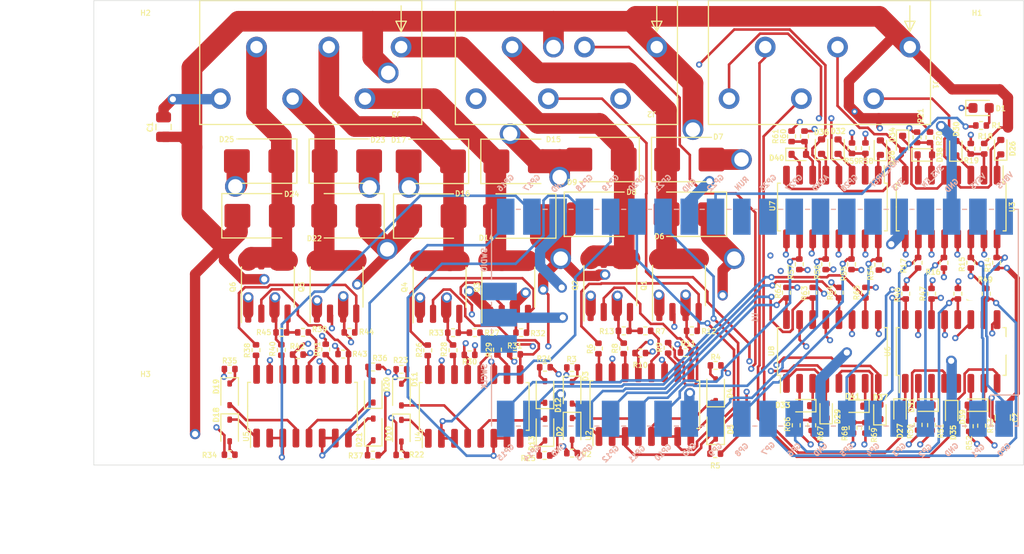
<source format=kicad_pcb>
(kicad_pcb (version 20221018) (generator pcbnew)
  (layers (0 "F.Cu" signal) (1 "In1.Cu" signal) (2 "In2.Cu" signal) (31 "B.Cu" signal) (34 "B.Paste" user) (35 "F.Paste" user) (36 "B.SilkS" user "B.Silkscreen") (37 "F.SilkS" user "F.Silkscreen") (38 "B.Mask" user) (39 "F.Mask" user) (44 "Edge.Cuts" user))
  (net 0 "")
  (net 1 "+24V")
  (net 2 "GNDA")
  (net 3 "+3V3")
  (net 4 "GND")
  (net 5 "Net-(D1-A)")
  (net 6 "Net-(D2-K)")
  (net 7 "Net-(D2-A)")
  (net 8 "Net-(D3-K)")
  (net 9 "Net-(D3-A)")
  (net 10 "Net-(D4-K)")
  (net 11 "Net-(D4-A)")
  (net 12 "Net-(D5-K)")
  (net 13 "Net-(D5-A)")
  (net 14 "OUT1")
  (net 15 "OUT2")
  (net 16 "Net-(D10-K)")
  (net 17 "Net-(D10-A)")
  (net 18 "Net-(D11-K)")
  (net 19 "Net-(D11-A)")
  (net 20 "Net-(D12-K)")
  (net 21 "Net-(D12-A)")
  (net 22 "Net-(D13-K)")
  (net 23 "Net-(D13-A)")
  (net 24 "OUT3")
  (net 25 "OUT4")
  (net 26 "Net-(D18-K)")
  (net 27 "Net-(D18-A)")
  (net 28 "Net-(D19-K)")
  (net 29 "Net-(D19-A)")
  (net 30 "Net-(D20-K)")
  (net 31 "Net-(D20-A)")
  (net 32 "Net-(D21-K)")
  (net 33 "Net-(D21-A)")
  (net 34 "OUT5")
  (net 35 "OUT6")
  (net 36 "IN1")
  (net 37 "IN2")
  (net 38 "IN3")
  (net 39 "IN4")
  (net 40 "IN5")
  (net 41 "IN6")
  (net 42 "IN7")
  (net 43 "IN8")
  (net 44 "Net-(Q1-G1)")
  (net 45 "Net-(Q1-G2)")
  (net 46 "Net-(Q2-G1)")
  (net 47 "Net-(Q2-G2)")
  (net 48 "Net-(Q3-G1)")
  (net 49 "Net-(Q3-G2)")
  (net 50 "Net-(Q4-G1)")
  (net 51 "Net-(Q4-G2)")
  (net 52 "Net-(Q5-G1)")
  (net 53 "Net-(Q5-G2)")
  (net 54 "Net-(Q6-G1)")
  (net 55 "Net-(Q6-G2)")
  (net 56 "O_LED")
  (net 57 "Net-(R6-Pad1)")
  (net 58 "Net-(R7-Pad1)")
  (net 59 "Net-(R8-Pad1)")
  (net 60 "Net-(R9-Pad1)")
  (net 61 "S_IN1A")
  (net 62 "S_IN1B")
  (net 63 "S_IN2A")
  (net 64 "S_IN2B")
  (net 65 "Net-(D26-K)")
  (net 66 "Net-(D27-K)")
  (net 67 "Net-(R26-Pad1)")
  (net 68 "Net-(R27-Pad1)")
  (net 69 "Net-(R28-Pad1)")
  (net 70 "Net-(R29-Pad1)")
  (net 71 "Net-(R38-Pad1)")
  (net 72 "Net-(R39-Pad1)")
  (net 73 "Net-(R40-Pad1)")
  (net 74 "Net-(R41-Pad1)")
  (net 75 "S_IN3A")
  (net 76 "S_IN3B")
  (net 77 "S_IN4A")
  (net 78 "S_IN4B")
  (net 79 "Net-(D28-K)")
  (net 80 "Net-(D29-K)")
  (net 81 "S_IN5A")
  (net 82 "S_IN5B")
  (net 83 "S_IN6A")
  (net 84 "S_IN6B")
  (net 85 "Net-(D30-K)")
  (net 86 "Net-(D30-A)")
  (net 87 "S_IN7A")
  (net 88 "S_IN7B")
  (net 89 "S_IN8A")
  (net 90 "S_IN8B")
  (net 91 "Net-(D31-K)")
  (net 92 "Net-(D31-A)")
  (net 93 "S_OUT6")
  (net 94 "S_OUT5")
  (net 95 "S_OUT4")
  (net 96 "S_OUT3")
  (net 97 "S_OUT2")
  (net 98 "S_OUT1")
  (net 110 "Net-(D32-K)")
  (net 111 "Net-(D32-A)")
  (net 112 "Net-(D33-K)")
  (net 113 "Net-(D33-A)")
  (net 114 "Net-(D34-K)")
  (net 115 "Net-(D35-K)")
  (net 116 "Net-(D36-K)")
  (net 117 "Net-(D37-K)")
  (net 118 "Net-(D38-K)")
  (net 119 "Net-(D38-A)")
  (net 120 "Net-(D39-K)")
  (net 121 "Net-(D39-A)")
  (net 122 "Net-(D40-K)")
  (net 123 "Net-(D40-A)")
  (net 124 "Net-(D41-K)")
  (net 125 "Net-(D41-A)")
  (footprint "cc_con-lst:WAGO-250-206" (layer "F.Cu") (at 139 94.5 180)
    (fp_text reference "J1")
    (fp_text value "WAGO 250-206")
  )
  (footprint "Diode_SMD:D_SOD-323" (layer "F.Cu") (at 106.3 131.5 -90)
    (fp_text reference "D2")
    (fp_text value "1N4148W")
  )
  (footprint "Diode_SMD:D_SOD-523" (layer "F.Cu") (at 136.15 104.25 90)
    (fp_text reference "D28")
    (fp_text value "D")
  )
  (footprint "Diode_SMD:D_SMB" (layer "F.Cu") (at 76.05 110.85)
    (fp_text reference "D24")
    (fp_text value "SS24B")
  )
  (footprint "Resistor_SMD:R_0402_1005Metric" (layer "F.Cu") (at 111.3 123.7 90)
    (fp_text reference "R8")
    (fp_text value "47k")
  )
  (footprint "Diode_SMD:D_SOD-523" (layer "F.Cu") (at 140.5 129.2 180)
    (fp_text reference "D31")
    (fp_text value "D")
  )
  (footprint "Resistor_SMD:R_0402_1005Metric" (layer "F.Cu") (at 73.15 125.7)
    (fp_text reference "R35")
    (fp_text value "1k")
  )
  (footprint "Resistor_SMD:R_0402_1005Metric" (layer "F.Cu") (at 141.1 131.14 -90)
    (fp_text reference "R51")
    (fp_text value "10k")
  )
  (footprint "Resistor_SMD:R_0402_1005Metric" (layer "F.Cu") (at 128.8 103.15 90)
    (fp_text reference "R60")
    (fp_text value "10k")
  )
  (footprint "Diode_SMD:D_SMB" (layer "F.Cu") (at 117.65 105.4)
    (fp_text reference "D7")
    (fp_text value "SS24B")
  )
  (footprint "Resistor_SMD:R_0402_1005Metric" (layer "F.Cu") (at 89.775 134.025)
    (fp_text reference "R22")
    (fp_text value "1k")
  )
  (footprint "Diode_SMD:D_SOD-523" (layer "F.Cu") (at 138.3 103.8 -90)
    (fp_text reference "D34")
    (fp_text value "D")
  )
  (footprint "Package_SO:SOP-16_4.4x10.4mm_P1.27mm" (layer "F.Cu") (at 143 110 -90)
    (fp_text reference "U3")
    (fp_text value "LTV-247")
  )
  (footprint "Resistor_SMD:R_0402_1005Metric" (layer "F.Cu") (at 75.7 123.86 90)
    (fp_text reference "R38")
    (fp_text value "47k")
  )
  (footprint "Diode_SMD:D_SMB" (layer "F.Cu") (at 84.45 110.85 180)
    (fp_text reference "D22")
    (fp_text value "SS24B")
  )
  (footprint "Resistor_SMD:R_0402_1005Metric" (layer "F.Cu") (at 139.7 103.25 90)
    (fp_text reference "R21")
    (fp_text value "10k")
  )
  (footprint "Diode_SMD:D_SMB" (layer "F.Cu") (at 109.15 105.4 180)
    (fp_text reference "D9")
    (fp_text value "SS24B")
  )
  (footprint "Diode_SMD:D_SMB" (layer "F.Cu") (at 92.675 110.875)
    (fp_text reference "D16")
    (fp_text value "SS24B")
  )
  (footprint "MountingHole:MountingHole_3.2mm_M3_DIN965" (layer "F.Cu") (at 65 130)
    (fp_text reference "H3")
    (fp_text value "MountingHole")
  )
  (footprint "Resistor_SMD:R_0402_1005Metric" (layer "F.Cu") (at 80.25 122.15 180)
    (fp_text reference "R39")
    (fp_text value "47k")
  )
  (footprint "Resistor_SMD:R_0402_1005Metric" (layer "F.Cu") (at 136 115.6 90)
    (fp_text reference "R54")
    (fp_text value "10k")
  )
  (footprint "Resistor_SMD:R_0402_1005Metric" (layer "F.Cu") (at 87.01 134.05 180)
    (fp_text reference "R37")
    (fp_text value "1k")
  )
  (footprint "Resistor_SMD:R_0402_1005Metric" (layer "F.Cu") (at 139.8 115.4 90)
    (fp_text reference "R17")
    (fp_text value "10k")
  )
  (footprint "Resistor_SMD:R_0402_1005Metric" (layer "F.Cu") (at 133.35 115.55 90)
    (fp_text reference "R55")
    (fp_text value "10k")
  )
  (footprint "Package_SO:SO-8_3.9x4.9mm_P1.27mm" (layer "F.Cu") (at 93.475 117.775 90)
    (fp_text reference "Q4")
    (fp_text value "IRF7343")
  )
  (footprint "Resistor_SMD:R_0402_1005Metric" (layer "F.Cu") (at 140.95 103.25 90)
    (fp_text reference "R20")
    (fp_text value "10k")
  )
  (footprint "Resistor_SMD:R_0402_1005Metric" (layer "F.Cu") (at 120.16 133.9 180)
    (fp_text reference "R5")
    (fp_text value "1k")
  )
  (footprint "LED_SMD:LED_0603_1608Metric" (layer "F.Cu") (at 145.9 100.4)
    (fp_text reference "D1")
    (fp_text value "LED")
  )
  (footprint "Resistor_SMD:R_0402_1005Metric" (layer "F.Cu") (at 112.9 124.15 180)
    (fp_text reference "R10")
    (fp_text value "47k")
  )
  (footprint "Resistor_SMD:R_0402_1005Metric" (layer "F.Cu") (at 133.4 104.3 90)
    (fp_text reference "R59")
    (fp_text value "10k")
  )
  (footprint "Diode_SMD:D_SOD-523" (layer "F.Cu") (at 138.05 129.85 -90)
    (fp_text reference "D27")
    (fp_text value "D")
  )
  (footprint "cc_con-lst:WAGO-250-206" (layer "F.Cu") (at 89.75 94.5 180)
    (fp_text reference "J3")
    (fp_text value "WAGO 250-206")
  )
  (footprint "Resistor_SMD:R_0402_1005Metric" (layer "F.Cu") (at 99.075 123.825 90)
    (fp_text reference "R29")
    (fp_text value "47k")
  )
  (footprint "Resistor_SMD:R_0402_1005Metric" (layer "F.Cu") (at 146.4 118.4 -90)
    (fp_text reference "R49")
    (fp_text value "10k")
  )
  (footprint "Resistor_SMD:R_0402_1005Metric" (layer "F.Cu") (at 128 131.15 -90)
    (fp_text reference "R66")
    (fp_text value "10k")
  )
  (footprint "Resistor_SMD:R_0402_1005Metric" (layer "F.Cu") (at 120.2 125.35 180)
    (fp_text reference "R4")
    (fp_text value "1k")
  )
  (footprint "Resistor_SMD:R_0402_1005Metric" (layer "F.Cu") (at 144.75 131.24 -90)
    (fp_text reference "R52")
    (fp_text value "10k")
  )
  (footprint "Package_SO:SO-8_3.9x4.9mm_P1.27mm" (layer "F.Cu") (at 76.85 117.75 90)
    (fp_text reference "Q6")
    (fp_text value "IRF7343")
  )
  (footprint "Resistor_SMD:R_0402_1005Metric" (layer "F.Cu") (at 132.15 118.3 -90)
    (fp_text reference "R64")
    (fp_text value "10k")
  )
  (footprint "Resistor_SMD:R_0402_1005Metric" (layer "F.Cu") (at 106.3 133.85)
    (fp_text reference "R2")
    (fp_text value "1k")
  )
  (footprint "Resistor_SMD:R_0402_1005Metric" (layer "F.Cu") (at 115.6 123.65 90)
    (fp_text reference "R9")
    (fp_text value "47k")
  )
  (footprint "Resistor_SMD:R_0402_1005Metric" (layer "F.Cu") (at 78.15 122.15 180)
    (fp_text reference "R45")
    (fp_text value "47k")
  )
  (footprint "Resistor_SMD:R_0402_1005Metric" (layer "F.Cu") (at 113.4 122 180)
    (fp_text reference "R7")
    (fp_text value "47k")
  )
  (footprint "Diode_SMD:D_SOD-323" (layer "F.Cu") (at 89.775 131.675 -90)
    (fp_text reference "D10")
    (fp_text value "1N4148W")
  )
  (footprint "Resistor_SMD:R_0402_1005Metric" (layer "F.Cu") (at 100.775 124.275)
    (fp_text reference "R31")
    (fp_text value "47k")
  )
  (footprint "Resistor_SMD:R_0402_1005Metric" (layer "F.Cu") (at 130.85 115.55 90)
    (fp_text reference "R56")
    (fp_text value "10k")
  )
  (footprint "Package_SO:SO-8_3.9x4.9mm_P1.27mm" (layer "F.Cu") (at 116.65 117.6 90)
    (fp_text reference "Q1")
    (fp_text value "IRF7343")
  )
  (footprint "Resistor_SMD:R_0402_1005Metric" (layer "F.Cu") (at 141.1 118.4 -90)
    (fp_text reference "R47")
    (fp_text value "10k")
  )
  (footprint "Diode_SMD:D_SMB" (layer "F.Cu") (at 76 105.55 180)
    (fp_text reference "D25")
    (fp_text value "SS24B")
  )
  (footprint "Resistor_SMD:R_0402_1005Metric" (layer "F.Cu") (at 117.9 122 180)
    (fp_text reference "R12")
    (fp_text value "47k")
  )
  (footprint "Package_SO:SO-8_3.9x4.9mm_P1.27mm" (layer "F.Cu") (at 83.5 117.75 90)
    (fp_text reference "Q5")
    (fp_text value "IRF7343")
  )
  (footprint "Diode_SMD:D_SOD-523" (layer "F.Cu") (at 143.05 130 -90)
    (fp_text reference "D35")
    (fp_text value "D")
  )
  (footprint "Resistor_SMD:R_0402_1005Metric" (layer "F.Cu") (at 117.3 124.1)
    (fp_text reference "R11")
    (fp_text value "47k")
  )
  (footprint "Diode_SMD:D_SOD-323" (layer "F.Cu") (at 103.675 127.925 90)
    (fp_text reference "D12")
    (fp_text value "1N4148W")
  )
  (footprint "Diode_SMD:D_SOD-523" (layer "F.Cu") (at 128.65 129.25 180)
    (fp_text reference "D33")
    (fp_text value "D")
  )
  (footprint "Resistor_SMD:R_0402_1005Metric" (layer "F.Cu") (at 103.635 134.075 180)
    (fp_text reference "R25")
    (fp_text value "1k")
  )
  (footprint "Diode_SMD:D_SOD-323" (layer "F.Cu") (at 73.15 131.65 -90)
    (fp_text reference "D18")
    (fp_text value "1N4148W")
  )
  (footprint "Diode_SMD:D_SOD-323" (layer "F.Cu") (at 87.05 127.9 90)
    (fp_text reference "D20")
    (fp_text value "1N4148W")
  )
  (footprint "Resistor_SMD:R_0402_1005Metric" (layer "F.Cu") (at 111.3 122 180)
    (fp_text reference "R13")
    (fp_text value "47k")
  )
  (footprint "Resistor_SMD:R_0402_1005Metric" (layer "F.Cu") (at 146.2 104.35 90)
    (fp_text reference "R18")
    (fp_text value "10k")
  )
  (footprint "Package_SO:SOP-16_4.4x10.4mm_P1.27mm" (layer "F.Cu") (at 131.5 110 -90)
    (fp_text reference "U7")
    (fp_text value "LTV-247")
  )
  (footprint "Resistor_SMD:R_0402_1005Metric" (layer "F.Cu") (at 96.375 124.325 180)
    (fp_text reference "R30")
    (fp_text value "47k")
  )
  (footprint "Resistor_SMD:R_0402_1005Metric" (layer "F.Cu") (at 142.3 115.4 90)
    (fp_text reference "R16")
    (fp_text value "10k")
  )
  (footprint "Diode_SMD:D_SOD-523" (layer "F.Cu") (at 143.45 104.3 90)
    (fp_text reference "D30")
    (fp_text value "D")
  )
  (footprint "Diode_SMD:D_SOD-523" (layer "F.Cu") (at 145.3 129.2 180)
    (fp_text reference "D39")
    (fp_text value "D")
  )
  (footprint "Diode_SMD:D_SOD-523" (layer "F.Cu") (at 136.1 129.85 90)
    (fp_text reference "D37")
    (fp_text value "D")
  )
  (footprint "Resistor_SMD:R_0402_1005Metric" (layer "F.Cu") (at 92.325 123.885 90)
    (fp_text reference "R26")
    (fp_text value "47k")
  )
  (footprint "Resistor_SMD:R_0402_1005Metric" (layer "F.Cu") (at 96.875 122.175 180)
    (fp_text reference "R27")
    (fp_text value "47k")
  )
  (footprint "Resistor_SMD:R_0402_1005Metric" (layer "F.Cu") (at 138.6 118.4 -90)
    (fp_text reference "R46")
    (fp_text value "10k")
  )
  (footprint "Resistor_SMD:R_0402_1005Metric" (layer "F.Cu") (at 103.675 125.525 180)
    (fp_text reference "R24")
    (fp_text value "1k")
  )
  (footprint "Diode_SMD:D_SOD-523" (layer "F.Cu") (at 130.9 129.75 90)
    (fp_text reference "D29")
    (fp_text value "D")
  )
  (footprint "Diode_SMD:D_SOD-323" (layer "F.Cu") (at 106.3 128 -90)
    (fp_text reference "D3")
    (fp_text value "1N4148W")
  )
  (footprint "Resistor_SMD:R_0402_1005Metric" (layer "F.Cu") (at 128.3 115.55 90)
    (fp_text reference "R57")
    (fp_text value "10k")
  )
  (footprint "Resistor_SMD:R_0402_1005Metric" (layer "F.Cu") (at 129.6 118.3 -90)
    (fp_text reference "R63")
    (fp_text value "10k")
  )
  (footprint "Diode_SMD:D_SMB" (layer "F.Cu") (at 109.2 110.7)
    (fp_text reference "D8")
    (fp_text value "SS24B")
  )
  (footprint "Diode_SMD:D_SMB" (layer "F.Cu") (at 84.5 105.55)
    (fp_text reference "D23")
    (fp_text value "SS24B")
  )
  (footprint "Resistor_SMD:R_0402_1005Metric" (layer "F.Cu") (at 79.75 124.3 180)
    (fp_text reference "R42")
    (fp_text value "47k")
  )
  (footprint "Diode_SMD:D_SMB" (layer "F.Cu") (at 92.625 105.575 180)
    (fp_text reference "D17")
    (fp_text value "SS24B")
  )
  (footprint "Resistor_SMD:R_0402_1005Metric" (layer "F.Cu") (at 129.5 131.15 -90)
    (fp_text reference "R67")
    (fp_text value "10k")
  )
  (footprint "Diode_SMD:D_SOD-323" (layer "F.Cu") (at 120.2 131.4 90)
    (fp_text reference "D5")
    (fp_text value "1N4148W")
  )
  (footprint "Resistor_SMD:R_0402_1005Metric" (layer "F.Cu") (at 87.05 125.5 180)
    (fp_text reference "R36")
    (fp_text value "1k")
  )
  (footprint "Diode_SMD:D_SOD-523" (layer "F.Cu") (at 140.45 104.95)
    (fp_text reference "D38")
    (fp_text value "D")
  )
  (footprint "Diode_SMD:D_SOD-523" (layer "F.Cu") (at 132.05 104.15 90)
    (fp_text reference "D32")
    (fp_text value "D")
  )
  (footprint "Package_SO:SOP-16_4.4x10.4mm_P1.27mm" (layer "F.Cu") (at 131.5 124 90)
    (fp_text reference "U8")
    (fp_text value "LTV-247")
  )
  (footprint "Resistor_SMD:R_0402_1005Metric" (layer "F.Cu") (at 89.775 125.725)
    (fp_text reference "R23")
    (fp_text value "1k")
  )
  (footprint "Package_SO:SO-8_3.9x4.9mm_P1.27mm" (layer "F.Cu") (at 110 117.6 90)
    (fp_text reference "Q2")
    (fp_text value "IRF7343")
  )
  (footprint "Package_SO:SOP-16_4.4x10.4mm_P1.27mm" (layer "F.Cu") (at 96.825 129.325 90)
    (fp_text reference "U4")
    (fp_text value "LTV-247")
  )
  (footprint "Resistor_SMD:R_0402_1005Metric" (layer "F.Cu") (at 133.5 131.39 -90)
    (fp_text reference "R68")
    (fp_text value "10k")
  )
  (footprint "Package_SO:SOP-16_4.4x10.4mm_P1.27mm" (layer "F.Cu") (at 113.35 129.15 90)
    (fp_text reference "U2")
    (fp_text value "LTV-247")
  )
  (footprint "Resistor_SMD:R_0402_1005Metric" (layer "F.Cu") (at 106.3 125.55)
    (fp_text reference "R3")
    (fp_text value "1k")
  )
  (footprint "Diode_SMD:D_SMB" (layer "F.Cu") (at 101.075 110.875 180)
    (fp_text reference "D14")
    (fp_text value "SS24B")
  )
  (footprint "cc_con-lst:WAGO-250-206" (layer "F.Cu") (at 114.5 94.5 180)
    (fp_text reference "J2")
    (fp_text value "WAGO 250-206")
  )
  (footprint "MountingHole:MountingHole_3.2mm_M3_DIN965" (layer "F.Cu") (at 145.5 95)
    (fp_text reference "H1")
    (fp_text value "MountingHole")
  )
  (footprint "Diode_SMD:D_SOD-523" (layer "F.Cu") (at 133.8 129.3 180)
    (fp_text reference "D41")
    (fp_text value "D")
  )
  (footprint "Diode_SMD:D_SOD-323" (layer "F.Cu") (at 103.675 131.575 90)
    (fp_text reference "D13")
    (fp_text value "1N4148W")
  )
  (footprint "Resistor_SMD:R_0402_1005Metric" (layer "F.Cu") (at 134.7 131.4 -90)
    (fp_text reference "R69")
    (fp_text value "10k")
  )
  (footprint "Package_SO:SO-8_3.9x4.9mm_P1.27mm" (layer "F.Cu") (at 100.125 117.775 90)
    (fp_text reference "Q3")
    (fp_text value "IRF7343")
  )
  (footprint "Diode_SMD:D_SOD-523" (layer "F.Cu") (at 128.25 104.9)
    (fp_text reference "D40")
    (fp_text value "D")
  )
  (footprint "Resistor_SMD:R_0402_1005Metric" (layer "F.Cu") (at 144.9 115.4 90)
    (fp_text reference "R15")
    (fp_text value "10k")
  )
  (footprint "Diode_SMD:D_SMB" (layer "F.Cu") (at 101.125 105.575)
    (fp_text reference "D15")
    (fp_text value "SS24B")
  )
  (footprint "Resistor_SMD:R_0402_1005Metric" (layer "F.Cu") (at 145.95 131.19 -90)
    (fp_text reference "R53")
    (fp_text value "10k")
  )
  (footprint "Resistor_SMD:R_0402_1005Metric" (layer "F.Cu") (at 144.9 104.35 90)
    (fp_text reference "R19")
    (fp_text value "10k")
  )
  (footprint "Diode_SMD:D_SOD-323" (layer "F.Cu") (at 87.05 131.55 90)
    (fp_text reference "D21")
    (fp_text value "1N4148W")
  )
  (footprint "Capacitor_SMD:C_0805_2012Metric" (layer "F.Cu") (at 148 130.4 -90)
    (fp_text reference "C2")
    (fp_text value "100n/50V")
  )
  (footprint "Resistor_SMD:R_0402_1005Metric" (layer "F.Cu") (at 94.775 122.175 180)
    (fp_text reference "R33")
    (fp_text value "47k")
  )
  (footprint "Resistor_SMD:R_0402_1005Metric" (layer "F.Cu") (at 84.75 122.15 180)
    (fp_text reference "R44")
    (fp_text value "47k")
  )
  (footprint "Diode_SMD:D_SOD-323" (layer "F.Cu") (at 73.15 128.15 -90)
    (fp_text reference "D19")
    (fp_text value "1N4148W")
  )
  (footprint "Resistor_SMD:R_0402_1005Metric" (layer "F.Cu") (at 127.55 103.15 90)
    (fp_text reference "R61")
    (fp_text value "10k")
  )
  (footprint "MountingHole:MountingHole_3.2mm_M3_DIN965" (layer "F.Cu") (at 65 95)
    (fp_text reference "H2")
    (fp_text value "MountingHole")
  )
  (footprint "Resistor_SMD:R_0402_1005Metric" (layer "F.Cu") (at 101.375 122.175 180)
    (fp_text reference "R32")
    (fp_text value "47k")
  )
  (footprint "Resistor_SMD:R_0402_1005Metric" (layer "F.Cu") (at 82.45 123.8 90)
    (fp_text reference "R41")
    (fp_text value "47k")
  )
  (footprint "Resistor_SMD:R_0402_1005Metric" (layer "F.Cu") (at 139.8 131.11 -90)
    (fp_text reference "R50")
    (fp_text value "10k")
  )
  (footprint "Resistor_SMD:R_0402_1005Metric" (layer "F.Cu") (at 145.9 102.1 180)
    (fp_text reference "R1")
    (fp_text value "470")
  )
  (footprint "Resistor_SMD:R_0402_1005Metric" (layer "F.Cu") (at 108.85 123.71 90)
    (fp_text reference "R6")
    (fp_text value "47k")
  )
  (footprint "Resistor_SMD:R_0402_1005Metric" (layer "F.Cu") (at 143.65 118.4 -90)
    (fp_text reference "R48")
    (fp_text value "10k")
  )
  (footprint "Resistor_SMD:R_0402_1005Metric" (layer "F.Cu") (at 147.4 115.4 90)
    (fp_text reference "R14")
    (fp_text value "10k")
  )
  (footprint "Diode_SMD:D_SMB" (layer "F.Cu") (at 117.6 110.7 180)
    (fp_text reference "D6")
    (fp_text value "SS24B")
  )
  (footprint "Resistor_SMD:R_0402_1005Metric" (layer "F.Cu") (at 73.15 134)
    (fp_text reference "R34")
    (fp_text value "1k")
  )
  (footprint "Resistor_SMD:R_0402_1005Metric" (layer "F.Cu") (at 127.05 118.3 -90)
    (fp_text reference "R62")
    (fp_text value "10k")
  )
  (footprint "Diode_SMD:D_SOD-523" (layer "F.Cu") (at 147.8 104.2 90)
    (fp_text reference "D26")
    (fp_text value "D")
  )
  (footprint "Diode_SMD:D_SOD-323" (layer "F.Cu") (at 120.2 127.75 90)
    (fp_text reference "D4")
    (fp_text value "1N4148W")
  )
  (footprint "Capacitor_SMD:C_0805_2012Metric" (layer "F.Cu") (at 66.75 102.25 90)
    (fp_text reference "C1")
    (fp_text value "100n/50V")
  )
  (footprint "Resistor_SMD:R_0402_1005Metric" (layer "F.Cu") (at 94.775 123.875 90)
    (fp_text reference "R28")
    (fp_text value "47k")
  )
  (footprint "Resistor_SMD:R_0402_1005Metric" (layer "F.Cu") (at 134.7 118.3 -90)
    (fp_text reference "R65")
    (fp_text value "10k")
  )
  (footprint "Resistor_SMD:R_0402_1005Metric" (layer "F.Cu") (at 134.7 104.3 90)
    (fp_text reference "R58")
    (fp_text value "10k")
  )
  (footprint "Package_SO:SOP-16_4.4x10.4mm_P1.27mm" (layer "F.Cu") (at 143 124 90)
    (fp_text reference "U6")
    (fp_text value "LTV-247")
  )
  (footprint "Resistor_SMD:R_0402_1005Metric" (layer "F.Cu") (at 78.15 123.85 90)
    (fp_text reference "R40")
    (fp_text value "47k")
  )
  (footprint "Resistor_SMD:R_0402_1005Metric" (layer "F.Cu") (at 84.15 124.25)
    (fp_text reference "R43")
    (fp_text value "47k")
  )
  (footprint "Diode_SMD:D_SOD-323" (layer "F.Cu") (at 89.775 128.175 -90)
    (fp_text reference "D11")
    (fp_text value "1N4148W")
  )
  (footprint "Diode_SMD:D_SOD-523" (layer "F.Cu") (at 130.45 104.15 90)
    (fp_text reference "D36")
    (fp_text value "D")
  )
  (footprint "Package_SO:SOP-16_4.4x10.4mm_P1.27mm" (layer "F.Cu") (at 80.2 129.3 90)
    (fp_text reference "U5")
    (fp_text value "LTV-247")
  )
  (footprint "rpi-pico:RPi_Pico_SMDonly" (layer "B.Cu") (at 124 120.725 90)
    (fp_text reference "U1")
    (fp_text value "Pico")
  )
  (gr_line (start 60 135) (end 60 90) (stroke (width 0.05)) (layer "Edge.Cuts"))
  (gr_line (start 150 135) (end 60 135) (stroke (width 0.05)) (layer "Edge.Cuts"))
  (gr_line (start 150 90) (end 150 135) (stroke (width 0.05)) (layer "Edge.Cuts"))
  (gr_line (start 60 90) (end 150 90) (stroke (width 0.05)) (layer "Edge.Cuts"))
  (segment (start 136.025002 91.525002) (end 137.7 93.2) (width 2) (layer "F.Cu") (net 1))
  (segment (start 69.5 104.2) (end 69.5 110.6) (width 2) (layer "F.Cu") (net 1))
  (segment (start 77.64 122.15) (end 77.64 122.83) (width 0.25) (layer "F.Cu") (net 1))
  (segment (start 103.225 113.025) (end 105.2 115) (width 2) (layer "F.Cu") (net 1))
  (segment (start 117.125 126.975) (end 117.1 127) (width 0.25) (layer "F.Cu") (net 1))
  (segment (start 76.5 117) (end 74.436548 117) (width 1) (layer "F.Cu") (net 1))
  (segment (start 72.6 113.7) (end 69.8 116.5) (width 1) (layer "F.Cu") (net 1))
  (segment (start 94.11 122.02) (end 94.265 122.175) (width 0.25) (layer "F.Cu") (net 1))
  (segment (start 114.5 94.5) (end 118 98) (width 2) (layer "F.Cu") (net 1))
  (segment (start 94.265 122.175) (end 94.265 120.505) (width 0.25) (layer "F.Cu") (net 1))
  (segment (start 102.315 123.315) (end 102.5 123.5) (width 0.25) (layer "F.Cu") (net 1))
  (segment (start 110.79 120.33) (end 110.635 120.175) (width 0.25) (layer "F.Cu") (net 1))
  (segment (start 69.5 96.5) (end 69.5 104.2) (width 2) (layer "F.Cu") (net 1))
  (segment (start 133.1 97.8) (end 137.7 93.2) (width 1) (layer "F.Cu") (net 1))
  (segment (start 139.8 132.1) (end 138.9 133) (width 0.25) (layer "F.Cu") (net 1))
  (segment (start 104.5 92) (end 104.5 94.5) (width 2) (layer "F.Cu") (net 1))
  (segment (start 117.39 120.28) (end 117.285 120.175) (width 0.25) (layer "F.Cu") (net 1))
  (segment (start 116.86872 124.875) (end 117.125 125.13128) (width 0.25) (layer "F.Cu") (net 1))
  (segment (start 84.9 123.1) (end 84.9 122.81) (width 0.25) (layer "F.Cu") (net 1))
  (segment (start 140.95 102.65) (end 139.7 101.4) (width 0.25) (layer "F.Cu") (net 1))
  (segment (start 73.9 110.85) (end 73.9 112.4) (width 2) (layer "F.Cu") (net 1))
  (segment (start 104.5 92) (end 87 92) (width 2) (layer "F.Cu") (net 1))
  (segment (start 133.4 132.9) (end 133.5 133) (width 0.25) (layer "F.Cu") (net 1))
  (segment (start 133.5 131.9) (end 133.5 133) (width 0.25) (layer "F.Cu") (net 1))
  (segment (start 110.79 122) (end 110.79 120.33) (width 0.25) (layer "F.Cu") (net 1))
  (segment (start 94.265 122.855) (end 94.775 123.365) (width 0.25) (layer "F.Cu") (net 1))
  (segment (start 146.2 103.84) (end 147.74 102.3) (width 0.25) (layer "F.Cu") (net 1))
  (segment (start 119.75 110.7) (end 119.75 112.75) (width 2) (layer "F.Cu") (net 1))
  (segment (start 137.7 93.2) (end 139 94.5) (width 2) (layer "F.Cu") (net 1))
  (segment (start 73.9 112.4) (end 72.6 113.7) (width 2) (layer "F.Cu") (net 1))
  (segment (start 144.75 132.19412) (end 144.75 131.75) (width 0.25) (layer "F.Cu") (net 1))
  (segment (start 128.24 131.9) (end 128 131.66) (width 0.25) (layer "F.Cu") (net 1))
  (segment (start 148.5 102.3) (end 148.5 99.4) (width 1) (layer "F.Cu") (net 1))
  (segment (start 94.265 120.505) (end 94.11 120.35) (width 0.25) (layer "F.Cu") (net 1))
  (segment (start 108.778452 116.675) (end 106.875 116.675) (width 1) (layer "F.Cu") (net 1))
  (segment (start 110.79 122) (end 110.79 122.68) (width 0.25) (layer "F.Cu") (net 1))
  (segment (start 128.3 131.9) (end 129.4 133) (width 0.25) (layer "F.Cu") (net 1))
  (segment (start 119.75 112.75) (end 122 115) (width 2) (layer "F.Cu") (net 1))
  (segment (start 103.225 110.875) (end 103.225 113.025) (width 2) (layer "F.Cu") (net 1))
  (segment (start 116.245 123.905174) (end 116.245 124.52) (width 0.25) (layer "F.Cu") (net 1))
  (segment (start 86.6 110.85) (end 86.6 112.3) (width 2) (layer "F.Cu") (net 1))
  (segment (start 84.135 118.665) (end 84.15 118.65) (width 1) (layer "F.Cu") (net 1))
  (segment (start 100.76 120.35) (end 100.76 119.34) (width 1) (layer "F.Cu") (net 1))
  (segment (start 118.4 123.6) (end 117.39 122.59) (width 0.25) (layer "F.Cu") (net 1))
  (segment (start 115.6 123.14) (end 115.6 123.260174) (width 0.25) (layer "F.Cu") (net 1))
  (segment (start 109.495556 116.5495) (end 108.903952 116.5495) (width 1) (layer "F.Cu") (net 1))
  (segment (start 143.1 98.6) (end 139 94.5) (width 1) (layer "F.Cu") (net 1))
  (segment (start 114.5 94.5) (end 112 92) (width 2) (layer "F.Cu") (net 1))
  (segment (start 100.76 122.07) (end 100.865 122.175) (width 0.25) (layer "F.Cu") (net 1))
  (segment (start 85.5 117.5) (end 88.4 114.6) (width 1) (layer "F.Cu") (net 1))
  (segment (start 112.474998 91.525002) (end 136.025002 91.525002) (width 2) (layer "F.Cu") (net 1))
  (segment (start 94.11 118.84) (end 94.175 118.775) (width 1) (layer "F.Cu") (net 1))
  (segment (start 134.7 103.79) (end 134.7 102.9) (width 0.25) (layer "F.Cu") (net 1))
  (segment (start 99.075 123.315) (end 102.315 123.315) (width 0.25) (layer "F.Cu") (net 1))
  (segment (start 147.74 102.3) (end 148.5 102.3) (width 0.25) (layer "F.Cu") (net 1))
  (segment (start 110.635 120.175) (end 110.635 118.665) (width 1) (layer "F.Cu") (net 1))
  (segment (start 112 92) (end 104.5 92) (width 2) (layer "F.Cu") (net 1))
  (segment (start 117.39 122.59) (end 117.39 122) (width 0.25) (layer "F.Cu") (net 1))
  (segment (start 100.865 120.455) (end 100.76 120.35) (width 0.25) (layer "F.Cu") (net 1))
  (segment (start 77.64 122.83) (end 78.15 123.34) (width 0.25) (layer "F.Cu") (net 1))
  (segment (start 117.285 118.515) (end 117.3 118.5) (width 1) (layer "F.Cu") (net 1))
  (segment (start 117.1 127) (end 117.35 127.25) (width 0.25) (layer "F.Cu") (net 1))
  (segment (start 117.285 120.175) (end 117.285 118.515) (width 1) (layer "F.Cu") (net 1))
  (segment (start 72.6 115.163452) (end 72.6 113.7) (width 1) (layer "F.Cu") (net 1))
  (segment (start 86.6 112.3) (end 88.4 114.1) (width 2) (layer "F.Cu") (net 1))
  (segment (start 100.76 119.34) (end 101.8 118.3) (width 1) (layer "F.Cu") (net 1))
  (segment (start 100.865 122.175) (end 100.865 120.455) (width 0.25) (layer "F.Cu") (net 1))
  (segment (start 94.265 122.175) (end 94.265 122.855) (width 0.25) (layer "F.Cu") (net 1))
  (segment (start 129.572379 102.64) (end 129.775 102.437379) (width 0.25) (layer "F.Cu") (net 1))
  (segment (start 103.5 116.7) (end 105.2 115) (width 1) (layer "F.Cu") (net 1))
  (segment (start 112 92) (end 112.474998 91.525002) (width 2) (layer "F.Cu") (net 1))
  (segment (start 69.5 110.6) (end 72.6 113.7) (width 2) (layer "F.Cu") (net 1))
  (segment (start 139.8 131.62) (end 139.8 132.1) (width 0.25) (layer "F.Cu") (net 1))
  (segment (start 84.135 120.325) (end 84.135 118.665) (width 1) (layer "F.Cu") (net 1))
  (segment (start 88.4 114.6) (end 88.4 114.1) (width 1) (layer "F.Cu") (net 1))
  (segment (start 110.79 122.68) (end 111.3 123.19) (width 0.25) (layer "F.Cu") (net 1))
  (segment (start 69.8 116.5) (end 69.8 132.000004) (width 1) (layer "F.Cu") (net 1))
  (segment (start 136 102.261826) (end 136.106587 102.368413) (width 0.5) (layer "F.Cu") (net 1))
  (segment (start 87 92) (end 87 95.5) (width 2) (layer "F.Cu") (net 1))
  (segment (start 118.15 127.25) (end 118.4 127) (width 0.25) (layer "F.Cu") (net 1))
  (segment (start 147.7 98.6) (end 143.1 98.6) (width 1) (layer "F.Cu") (net 1))
  (segment (start 105.2 112.55) (end 105.2 115) (width 2) (layer "F.Cu") (net 1))
  (segment (start 108.903952 116.5495) (end 108.778452 116.675) (width 1) (layer "F.Cu") (net 1))
  (segment (start 120.875 116.125) (end 120.875 118.559063) (width 1) (layer "F.Cu") (net 1))
  (segment (start 116.6 124.875) (end 116.86872 124.875) (width 0.25) (layer "F.Cu") (net 1))
  (segment (start 77.485 120.325) (end 77.485 118.815) (width 1) (layer "F.Cu") (net 1))
  (segment (start 77.485 121.995) (end 77.64 122.15) (width 0.25) (layer "F.Cu") (net 1))
  (segment (start 117.35 127.25) (end 118.15 127.25) (width 0.25) (layer "F.Cu") (net 1))
  (segment (start 103.5 118) (end 103.5 116.7) (width 1) (layer "F.Cu") (net 1))
  (segment (start 87 95.5) (end 88.5 97) (width 2) (layer "F.Cu") (net 1))
  (segment (start 87 92) (end 74 92) (width 2) (layer "F.Cu") (net 1))
  (segment (start 115.6 123.260174) (end 116.245 123.905174) (width 0.25) (layer "F.Cu") (net 1))
  (segment (start 68.5 103.2) (end 69.5 104.2) (width 1) (layer "F.Cu") (net 1))
  (segment (start 110.635 118.665) (end 110.7 118.6) (width 1) (layer "F.Cu") (net 1))
  (segment (start 84.135 122.045) (end 84.24 122.15) (width 0.25) (layer "F.Cu") (net 1))
  (segment (start 139.7 101.4) (end 136 101.4) (width 1) (layer "F.Cu") (net 1))
  (segment (start 118 98) (end 118 102.5) (width 2) (layer "F.Cu") (net 1))
  (segment (start 116.245 124.52) (end 116.6 124.875) (width 0.25) (layer "F.Cu") (net 1))
  (segment (start 117.39 122) (end 117.39 120.28) (width 0.25) (layer "F.Cu") (net 1))
  (segment (start 77.485 118.815) (end 77.55 118.75) (width 1) (layer "F.Cu") (net 1))
  (segment (start 118.4 127) (end 118.4 123.6) (width 0.25) (layer "F.Cu") (net 1))
  (segment (start 104 123.5) (end 104 118.5) (width 0.25) (layer "F.Cu") (net 1))
  (segment (start 84.24 120.43) (end 84.135 120.325) (width 0.25) (layer "F.Cu") (net 1))
  (segment (start 106.875 116.675) (end 105.2 115) (width 1) (layer "F.Cu") (net 1))
  (segment (start 148.5 99.4) (end 147.7 98.6) (width 1) (layer "F.Cu") (net 1))
  (segment (start 128.8 102.64) (end 129.572379 102.64) (width 0.25) (layer "F.Cu") (net 1))
  (segment (start 84.9 122.81) (end 84.24 122.15) (width 0.25) (layer "F.Cu") (net 1))
  (segment (start 82.45 123.29) (end 82.45 122.85) (width 0.25) (layer "F.Cu") (net 1))
  (segment (start 117.285 121.895) (end 117.39 122) (width 0.25) (layer "F.Cu") (net 1))
  (segment (start 90.525 110.875) (end 90.525 111.975) (width 2) (layer "F.Cu") (net 1))
  (segment (start 136 101.4) (end 134.3 101.4) (width 1) (layer "F.Cu") (net 1))
  (segment (start 77.64 120.48) (end 77.485 120.325) (width 0.25) (layer "F.Cu") (net 1))
  (segment (start 107.05 110.7) (end 105.2 112.55) (width 2) (layer "F.Cu") (net 1))
  (segment (start 77.64 122.15) (end 77.64 120.48) (width 0.25) (layer "F.Cu") (net 1))
  (segment (start 74.436548 117) (end 72.6 115.163452) (width 1) (layer "F.Cu") (net 1))
  (segment (start 117.125 125.13128) (end 117.125 126.975) (width 0.25) (layer "F.Cu") (net 1))
  (segment (start 104 118.5) (end 103.5 118) (width 0.25) (layer "F.Cu") (net 1))
  (segment (start 145.50588 132.95) (end 144.75 132.19412) (width 0.25) (layer "F.Cu") (net 1))
  (segment (start 90.525 111.975) (end 88.4 114.1) (width 2) (layer "F.Cu") (net 1))
  (segment (start 84.24 122.15) (end 84.24 120.43) (width 0.25) (layer "F.Cu") (net 1))
  (segment (start 140.95 102.74) (end 140.95 102.65) (width 0.25) (layer "F.Cu") (net 1))
  (segment (start 82.45 122.85) (end 82.1 122.5) (width 0.25) (layer "F.Cu") (net 1))
  (segment (start 66.75 103.2) (end 68.5 103.2) (width 1) (layer "F.Cu") (net 1))
  (segment (start 134.3 101.4) (end 133.65 100.75) (width 1) (layer "F.Cu") (net 1))
  (segment (start 74 92) (end 69.5 96.5) (width 2) (layer "F.Cu") (net 1))
  (segment (start 110.635 121.845) (end 110.79 122) (width 0.25) (layer "F.Cu") (net 1))
  (segment (start 133.1 100.2) (end 133.1 97.8) (width 1) (layer "F.Cu") (net 1))
  (segment (start 94.11 120.35) (end 94.11 118.84) (width 1) (layer "F.Cu") (net 1))
  (segment (start 122 115) (end 120.875 116.125) (width 1) (layer "F.Cu") (net 1))
  (segment (start 128.3 131.9) (end 128.24 131.9) (width 0.25) (layer "F.Cu") (net 1))
  (segment (start 136 101.4) (end 136 102.261826) (width 0.5) (layer "F.Cu") (net 1))
  (segment (start 133.65 100.75) (end 133.1 100.2) (width 1) (layer "F.Cu") (net 1))
  (via (at 118 102.5) (size 2) (drill 1.4) (layers "F.Cu" "B.Cu") (net 1))
  (via (at 109.495556 116.5495) (size 1) (drill 0.6) (layers "F.Cu" "B.Cu") (net 1))
  (via (at 104 123.5) (size 0.6) (drill 0.3) (layers "F.Cu" "B.Cu") (net 1))
  (via (at 136.106587 102.368413) (size 0.6) (drill 0.3) (layers "F.Cu" "B.Cu") (net 1))
  (via (at 129.4 133) (size 0.6) (drill 0.3) (layers "F.Cu" "B.Cu") (net 1))
  (via (at 129.775 102.437379) (size 0.6) (drill 0.3) (layers "F.Cu" "B.Cu") (net 1))
  (via (at 84.15 118.65) (size 1) (drill 0.6) (layers "F.Cu" "B.Cu") (net 1))
  (via (at 117.3 118.5) (size 1) (drill 0.6) (layers "F.Cu" "B.Cu") (net 1))
  (via (at 69.8 132.000004) (size 1) (drill 0.6) (layers "F.Cu" "B.Cu") (net 1))
  (via (at 138.9 133) (size 0.6) (drill 0.3) (layers "F.Cu" "B.Cu") (net 1))
  (via (at 94.175 118.775) (size 1) (drill 0.6) (layers "F.Cu" "B.Cu") (net 1))
  (via (at 101.8 118.3) (size 1) (drill 0.6) (layers "F.Cu" "B.Cu") (net 1))
  (via (at 76.5 117) (size 1) (drill 0.6) (layers "F.Cu" "B.Cu") (net 1))
  (via (at 103.5 118) (size 1) (drill 0.6) (layers "F.Cu" "B.Cu") (net 1))
  (via (at 134.7 102.9) (size 0.6) (drill 0.3) (layers "F.Cu" "B.Cu") (net 1))
  (via (at 77.55 118.75) (size 1) (drill 0.6) (layers "F.Cu" "B.Cu") (net 1))
  (via (at 82.1 122.5) (size 0.6) (drill 0.3) (layers "F.Cu" "B.Cu") (net 1))
  (via (at 84.9 123.1) (size 0.6) (drill 0.3) (layers "F.Cu" "B.Cu") (net 1))
  (via (at 133.5 133) (size 0.6) (drill 0.3) (layers "F.Cu" "B.Cu") (net 1))
  (via (at 110.7 118.6) (size 1) (drill 0.6) (layers "F.Cu" "B.Cu") (net 1))
  (via (at 88.4 114.1) (size 2) (drill 1.4) (layers "F.Cu" "B.Cu") (net 1))
  (via (at 104.5 94.5) (size 2) (drill 1.4) (layers "F.Cu" "B.Cu") (net 1))
  (via (at 122 115) (size 2) (drill 1.4) (layers "F.Cu" "B.Cu") (net 1))
  (via (at 88.5 97) (size 2) (drill 1.4) (layers "F.Cu" "B.Cu") (net 1))
  (via (at 105.2 115) (size 2) (drill 1.4) (layers "F.Cu" "B.Cu") (net 1))
  (via (at 133.65 100.75) (size 0.6) (drill 0.3) (layers "F.Cu" "B.Cu") (net 1))
  (via (at 85.5 117.5) (size 1) (drill 0.6) (layers "F.Cu" "B.Cu") (net 1))
  (via (at 120.875 118.559063) (size 1) (drill 0.6) (layers "F.Cu" "B.Cu") (net 1))
  (via (at 102.5 123.5) (size 0.6) (drill 0.3) (layers "F.Cu" "B.Cu") (net 1))
  (via (at 145.50588 132.95) (size 0.6) (drill 0.3) (layers "F.Cu" "B.Cu") (net 1))
  (segment (start 82.105 126.2125) (end 82.105 125.205) (width 0.25) (layer "F.Cu") (net 2))
  (segment (start 98.22 120.02469) (end 98.22 120.35) (width 1) (layer "F.Cu") (net 2))
  (segment (start 129.5 132.1) (end 130.4 133) (width 0.25) (layer "F.Cu") (net 2))
  (segment (start 93.65 126.2375) (end 93.65 124.9) (width 0.25) (layer "F.Cu") (net 2))
  (segment (start 96.885 124.325) (end 96.885 123.415) (width 0.25) (layer "F.Cu") (net 2))
  (segment (start 83.64 124.25) (end 83.64 123.74) (width 0.25) (layer "F.Cu") (net 2))
  (segment (start 96.885 123.415) (end 96.9 123.4) (width 0.25) (layer "F.Cu") (net 2))
  (segment (start 90.475 105.575) (end 90.475 108.075) (width 2) (layer "F.Cu") (net 2))
  (segment (start 100.7105 124.970945) (end 100.265 124.525445) (width 0.25) (layer "F.Cu") (net 2))
  (segment (start 77.025 124.875) (end 77.05 124.85) (width 0.25) (layer "F.Cu") (net 2))
  (segment (start 77.025 126.2125) (end 77.025 124.875) (width 0.25) (layer "F.Cu") (net 2))
  (segment (start 116.79 123.59) (end 116.5 123.3) (width 0.25) (layer "F.Cu") (net 2))
  (segment (start 139.34 102.74) (end 138.95 102.35) (width 0.25) (layer "F.Cu") (net 2))
  (segment (start 144.9 103.84) (end 144.9 103) (width 0.25) (layer "F.Cu") (net 2))
  (segment (start 115.255 125.055) (end 115 124.8) (width 0.25) (layer "F.Cu") (net 2))
  (segment (start 110.175 124.725) (end 110.2 124.7) (width 0.25) (layer "F.Cu") (net 2))
  (segment (start 98.73 125.23) (end 98.475 124.975) (width 0.25) (layer "F.Cu") (net 2))
  (segment (start 83.64 123.74) (end 83.35 123.45) (width 0.25) (layer "F.Cu") (net 2))
  (segment (start 129.5 131.66) (end 129.5 132.1) (width 0.25) (layer "F.Cu") (net 2))
  (segment (start 116.79 124.1) (end 116.79 123.59) (width 0.25) (layer "F.Cu") (net 2))
  (segment (start 105.1 105.4) (end 105.1 107.1) (width 2) (layer "F.Cu") (net 2))
  (segment (start 114.745 120.175) (end 114.745 118.545) (width 1) (layer "F.Cu") (net 2))
  (segment (start 141.1 131.9) (end 140 133) (width 0.25) (layer "F.Cu") (net 2))
  (segment (start 80.8 124.3) (end 80.95 124.15) (width 0.25) (layer "F.Cu") (net 2))
  (segment (start 91.57 118.78) (end 91.575 118.775) (width 1) (layer "F.Cu") (net 2))
  (segment (start 134.7 131.91) (end 134.7 132.9) (width 0.25) (layer "F.Cu") (net 2))
  (segment (start 86.65 105.55) (end 86.65 108.05) (width 2) (layer "F.Cu") (net 2))
  (segment (start 81.595 119.071422) (end 81.620711 119.045711) (width 1) (layer "F.Cu") (net 2))
  (segment (start 113.41 124.15) (end 113.95 124.15) (width 0.25) (layer "F.Cu") (net 2))
  (segment (start 113.95 124.15) (end 114.1 124) (width 0.25) (layer "F.Cu") (net 2))
  (segment (start 107 105.4) (end 105.1 105.4) (width 2) (layer "F.Cu") (net 2))
  (segment (start 86.65 108.05) (end 86.7 108.1) (width 2) (layer "F.Cu") (net 2))
  (segment (start 146.15 132.05) (end 147.2 133.1) (width 0.25) (layer "F.Cu") (net 2))
  (segment (start 90.475 108.075) (end 90.5 108.1) (width 2) (layer "F.Cu") (net 2))
  (segment (start 103.45 105.4) (end 103.275 105.575) (width 2) (layer "F.Cu") (net 2))
  (segment (start 114.745 118.545) (end 114.7 118.5) (width 1) (layer "F.Cu") (net 2))
  (segment (start 74.945 120.325) (end 74.945 118.755) (width 1) (layer "F.Cu") (net 2))
  (segment (start 108.095 120.175) (end 108.095 118.605) (width 1) (layer "F.Cu") (net 2))
  (segment (start 102.975 105.575) (end 100.3 102.9) (width 2) (layer "F.Cu") (net 2))
  (segment (start 146.15 131.9) (end 145.95 131.7) (width 0.25) (layer "F.Cu") (net 2))
  (segment (start 82.105 125.205) (end 81.85 124.95) (width 0.25) (layer "F.Cu") (net 2))
  (segment (start 108.095 118.605) (end 108.1 118.6) (width 1) (layer "F.Cu") (net 2))
  (segment (start 103.275 105.575) (end 102.975 105.575) (width 2) (layer "F.Cu") (net 2))
  (segment (start 73.85 105.55) (end 73.85 107.85) (width 2) (layer "F.Cu") (net 2))
  (segment (start 96.347655 118.152345) (end 98.22 120.02469) (width 1) (layer "F.Cu") (net 2))
  (segment (start 98.73 126.2375) (end 98.73 125.23) (width 0.25) (layer "F.Cu") (net 2))
  (segment (start 105.1 105.4) (end 103.45 105.4) (width 2) (layer "F.Cu") (net 2))
  (segment (start 73.85 107.85) (end 73.7 108) (width 2) (layer "F.Cu") (net 2))
  (segment (start 139.7 102.74) (end 139.34 102.74) (width 0.25) (layer "F.Cu") (net 2))
  (segment (start 80.26 124.3) (end 80.8 124.3) (width 0.25) (layer "F.Cu") (net 2))
  (segment (start 91.57 120.35) (end 91.57 118.78) (width 1) (layer "F.Cu") (net 2))
  (segment (start 66.75 100.45) (end 67.65 99.55) (width 1) (layer "F.Cu") (net 2))
  (segment (start 74.945 118.755) (end 74.95 118.75) (width 1) (layer "F.Cu") (net 2))
  (segment (start 133.4 103.79) (end 133.4 102.8) (width 0.25) (layer "F.Cu") (net 2))
  (segment (start 81.595 120.325) (end 81.595 119.071422) (width 1) (layer "F.Cu") (net 2))
  (segment (start 134.7 132.9) (end 134.6 133) (width 0.25) (layer "F.Cu") (net 2))
  (segment (start 127.55 102.64) (end 127.55 102.55) (width 0.25) (layer "F.Cu") (net 2))
  (segment (start 66.75 101.3) (end 66.75 100.45) (width 1) (layer "F.Cu") (net 2))
  (segment (start 100.265 124.525445) (end 100.265 124.275) (width 0.25) (layer "F.Cu") (net 2))
  (segment (start 93.65 124.9) (end 93.675 124.875) (width 0.25) (layer "F.Cu") (net 2))
  (segment (start 115.255 126.0625) (end 115.255 125.055) (width 0.25) (layer "F.Cu") (net 2))
  (segment (start 119.8 105.4) (end 122.7 105.4) (width 2) (layer "F.Cu") (net 2))
  (segment (start 146.15 132.05) (end 146.15 131.9) (width 0.25) (layer "F.Cu") (net 2))
  (segment (start 141.1 131.65) (end 141.1 131.9) (width 0.25) (layer "F.Cu") (net 2))
  (segment (start 110.175 126.0625) (end 110.175 124.725) (width 0.25) (layer "F.Cu") (net 2))
  (segment (start 127.55 102.55) (end 128.35 101.75) (width 0.25) (layer "F.Cu") (net 2))
  (via (at 114.7 118.5) (size 1) (drill 0.6) (layers "F.Cu" "B.Cu") (net 2))
  (via (at 67.65 99.55) (size 1) (drill 0.6) (layers "F.Cu" "B.Cu") (net 2))
  (via (at 80.95 124.15) (size 0.6) (drill 0.3) (layers "F.Cu" "B.Cu") (net 2))
  (via (at 110.2 124.7) (size 0.6) (drill 0.3) (layers "F.Cu" "B.Cu") (net 2))
  (via (at 128.35 101.75) (size 0.6) (drill 0.3) (layers "F.Cu" "B.Cu") (net 2))
  (via (at 77.05 124.85) (size 0.6) (drill 0.3) (layers "F.Cu" "B.Cu") (net 2))
  (via (at 98.475 124.975) (size 0.6) (drill 0.3) (layers "F.Cu" "B.Cu") (net 2))
  (via (at 122.7 105.4) (size 2) (drill 1.4) (layers "F.Cu" "B.Cu") (net 2))
  (via (at 81.85 124.95) (size 0.6) (drill 0.3) (layers "F.Cu" "B.Cu") (net 2))
  (via (at 114.1 124) (size 0.6) (drill 0.3) (layers "F.Cu" "B.Cu") (net 2))
  (via (at 96.9 123.4) (size 0.6) (drill 0.3) (layers "F.Cu" "B.Cu") (net 2))
  (via (at 134.6 133) (size 0.6) (drill 0.3) (layers "F.Cu" "B.Cu") (net 2))
  (via (at 105.1 107.1) (size 2) (drill 1.4) (layers "F.Cu" "B.Cu") (net 2))
  (via (at 100.7105 124.970945) (size 0.6) (drill 0.3) (layers "F.Cu" "B.Cu") (net 2))
  (via (at 83.35 123.45) (size 0.6) (drill 0.3) (layers "F.Cu" "B.Cu") (net 2))
  (via (at 74.95 118.75) (size 1) (drill 0.6) (layers "F.Cu" "B.Cu") (net 2))
  (via (at 100.3 102.9) (size 2) (drill 1.4) (layers "F.Cu" "B.Cu") (net 2))
  (via (at 81.620711 119.045711) (size 1) (drill 0.6) (layers "F.Cu" "B.Cu") (net 2))
  (via (at 96.347655 118.152345) (size 1) (drill 0.6) (layers "F.Cu" "B.Cu") (net 2))
  (via (at 147.2 133.1) (size 0.6) (drill 0.3) (layers "F.Cu" "B.Cu") (net 2))
  (via (at 138.95 102.35) (size 0.6) (drill 0.3) (layers "F.Cu" "B.Cu") (net 2))
  (via (at 115 124.8) (size 0.6) (drill 0.3) (layers "F.Cu" "B.Cu") (net 2))
  (via (at 130.4 133) (size 0.6) (drill 0.3) (layers "F.Cu" "B.Cu") (net 2))
  (via (at 86.7 108.1) (size 2) (drill 1.4) (layers "F.Cu" "B.Cu") (net 2))
  (via (at 133.4 102.8) (size 0.6) (drill 0.3) (layers "F.Cu" "B.Cu") (net 2))
  (via (at 116.5 123.3) (size 0.6) (drill 0.3) (layers "F.Cu" "B.Cu") (net 2))
  (via (at 90.5 108.1) (size 2) (drill 1.4) (layers "F.Cu" "B.Cu") (net 2))
  (via (at 93.675 124.875) (size 0.6) (drill 0.3) (layers "F.Cu" "B.Cu") (net 2))
  (via (at 140 133) (size 0.6) (drill 0.3) (layers "F.Cu" "B.Cu") (net 2))
  (via (at 144.9 103) (size 0.6) (drill 0.3) (layers "F.Cu" "B.Cu") (net 2))
  (via (at 91.575 118.775) (size 1) (drill 0.6) (layers "F.Cu" "B.Cu") (net 2))
  (via (at 108.1 118.6) (size 1) (drill 0.6) (layers "F.Cu" "B.Cu") (net 2))
  (via (at 73.7 108) (size 2) (drill 1.4) (layers "F.Cu" "B.Cu") (net 2))
  (segment (start 67.65 99.55) (end 72.2 99.55) (width 1) (layer "B.Cu") (net 2))
  (segment (start 72.2 99.55) (end 72.25 99.5) (width 1) (layer "B.Cu") (net 2))
  (segment (start 120.71 125.41) (end 121.4 126.1) (width 0.25) (layer "F.Cu") (net 3))
  (segment (start 138.6 117.2) (end 138.7 117.1) (width 0.25) (layer "F.Cu") (net 3))
  (segment (start 105.79 133.531545) (end 105.444905 133.18645) (width 0.25) (layer "F.Cu") (net 3))
  (segment (start 141.1 117.89) (end 141.1 117.2) (width 0.25) (layer "F.Cu") (net 3))
  (segment (start 148 129.45) (end 149.4 128.05) (width 0.5) (layer "F.Cu") (net 3))
  (segment (start 126.48 116.18) (end 126.5 116.2) (width 0.25) (layer "F.Cu") (net 3))
  (segment (start 149.4 116.9) (end 148.4 115.9) (width 0.5) (layer "F.Cu") (net 3))
  (segment (start 147.4 115.91) (end 148.39 115.91) (width 0.25) (layer "F.Cu") (net 3))
  (segment (start 129.06 116.06) (end 129.1 116.1) (width 0.25) (layer "F.Cu") (net 3))
  (segment (start 143.65 117.89) (end 143.65 117.25) (width 0.25) (layer "F.Cu") (net 3))
  (segment (start 144.9 116.7) (end 145.21 116.7) (width 0.25) (layer "F.Cu") (net 3))
  (segment (start 136 116.11) (end 136.89 116.11) (width 0.25) (layer "F.Cu") (net 3))
  (segment (start 142.3 115.91) (end 142.3 116.8) (width 0.25) (layer "F.Cu") (net 3))
  (segment (start 145.21 116.7) (end 146.4 117.89) (width 0.25) (layer "F.Cu") (net 3))
  (segment (start 144.9 115.91) (end 144.9 116.7) (width 0.25) (layer "F.Cu") (net 3))
  (segment (start 133.35 116.06) (end 134.26 116.06) (width 0.25) (layer "F.Cu") (net 3))
  (segment (start 143.65 117.25) (end 143.7 117.2) (width 0.25) (layer "F.Cu") (net 3))
  (segment (start 104.325 125.525) (end 105 126.2) (width 0.25) (layer "F.Cu") (net 3))
  (segment (start 135.69 117.79) (end 135.7 117.8) (width 0.25) (layer "F.Cu") (net 3))
  (segment (start 89.265 134.025) (end 89.265 130.902201) (width 0.25) (layer "F.Cu") (net 3))
  (segment (start 128.3 116.06) (end 129.06 116.06) (width 0.25) (layer "F.Cu") (net 3))
  (segment (start 138.6 117.89) (end 138.6 117.2) (width 0.25) (layer "F.Cu") (net 3))
  (segment (start 149.4 128.05) (end 149.4 116.9) (width 0.5) (layer "F.Cu") (net 3))
  (segment (start 127.05 117.79) (end 128.09 117.79) (width 0.25) (layer "F.Cu") (net 3))
  (segment (start 87.56 125.5) (end 88 125.5) (width 0.25) (layer "F.Cu") (net 3))
  (segment (start 134.7 117.79) (end 135.69 117.79) (width 0.25) (layer "F.Cu") (net 3))
  (segment (start 139.8 116) (end 138.7 117.1) (width 0.25) (layer "F.Cu") (net 3))
  (segment (start 89.265 130.902201) (end 88.796752 130.433953) (width 0.25) (layer "F.Cu") (net 3))
  (segment (start 105.79 133.85) (end 105.79 133.531545) (width 0.25) (layer "F.Cu") (net 3))
  (segment (start 148.39 115.91) (end 148.4 115.9) (width 0.25) (layer "F.Cu") (net 3))
  (segment (start 131.586474 116.06) (end 131.596474 116.05) (width 0.25) (layer "F.Cu") (net 3))
  (segment (start 129.6 117.79) (end 130.09 117.79) (width 0.25) (layer "F.Cu") (net 3))
  (segment (start 120.71 125.35) (end 120.71 125.41) (width 0.25) (layer "F.Cu") (net 3))
  (segment (start 139.8 115.91) (end 139.8 116) (width 0.25) (layer "F.Cu") (net 3))
  (segment (start 130.09 117.79) (end 130.7 118.4) (width 0.25) (layer "F.Cu") (net 3))
  (segment (start 136.89 116.11) (end 136.9 116.1) (width 0.25) (layer "F.Cu") (net 3))
  (segment (start 130.85 116.06) (end 131.586474 116.06) (width 0.25) (layer "F.Cu") (net 3))
  (segment (start 141.1 117.2) (end 141.2 117.1) (width 0.25) (layer "F.Cu") (net 3))
  (segment (start 131.89 117.79) (end 131.4 117.3) (width 0.25) (layer "F.Cu") (net 3))
  (segment (start 88 125.5) (end 88.5 126) (width 0.25) (layer "F.Cu") (net 3))
  (segment (start 104.185 125.525) (end 104.325 125.525) (width 0.25) (layer "F.Cu") (net 3))
  (segment (start 72.64 134) (end 72.64 132.118881) (width 0.25) (layer "F.Cu") (net 3))
  (segment (start 72.64 132.118881) (end 71.870567 131.349448) (width 0.25) (layer "F.Cu") (net 3))
  (segment (start 132.15 117.79) (end 131.89 117.79) (width 0.25) (layer "F.Cu") (net 3))
  (segment (start 134.26 116.06) (end 134.3 116.1) (width 0.25) (layer "F.Cu") (net 3))
  (segment (start 128.09 117.79) (end 128.1 117.8) (width 0.25) (layer "F.Cu") (net 3))
  (via (at 142.3 116.8) (size 0.6) (drill 0.3) (layers "F.Cu" "B.Cu") (net 3))
  (via (at 135.7 117.8) (size 0.6) (drill 0.3) (layers "F.Cu" "B.Cu") (net 3))
  (via (at 138.7 117.1) (size 0.6) (drill 0.3) (layers "F.Cu" "B.Cu") (net 3))
  (via (at 131.4 117.3) (size 0.6) (drill 0.3) (layers "F.Cu" "B.Cu") (net 3))
  (via (at 105.444905 133.18645) (size 0.6) (drill 0.3) (layers "F.Cu" "B.Cu") (net 3))
  (via (at 126.5 116.2) (size 0.6) (drill 0.3) (layers "F.Cu" "B.Cu") (net 3))
  (via (at 141.2 117.1) (size 0.6) (drill 0.3) (layers "F.Cu" "B.Cu") (net 3))
  (via (at 143.7 117.2) (size 0.6) (drill 0.3) (layers "F.Cu" "B.Cu") (net 3))
  (via (at 130.7 118.4) (size 0.6) (drill 0.3) (layers "F.Cu" "B.Cu") (net 3))
  (via (at 128.1 117.8) (size 0.6) (drill 0.3) (layers "F.Cu" "B.Cu") (net 3))
  (via (at 148.4 115.9) (size 0.6) (drill 0.3) (layers "F.Cu" "B.Cu") (net 3))
  (via (at 88.796752 130.433953) (size 0.6) (drill 0.3) (layers "F.Cu" "B.Cu") (net 3))
  (via (at 71.870567 131.349448) (size 0.6) (drill 0.3) (layers "F.Cu" "B.Cu") (net 3))
  (via (at 105 126.2) (size 0.6) (drill 0.3) (layers "F.Cu" "B.Cu") (net 3))
  (via (at 144.9 116.7) (size 0.6) (drill 0.3) (layers "F.Cu" "B.Cu") (net 3))
  (via (at 129.1 116.1) (size 0.6) (drill 0.3) (layers "F.Cu" "B.Cu") (net 3))
  (via (at 134.3 116.1) (size 0.6) (drill 0.3) (layers "F.Cu" "B.Cu") (net 3))
  (via (at 131.596474 116.05) (size 0.6) (drill 0.3) (layers "F.Cu" "B.Cu") (net 3))
  (via (at 137.2 113.6) (size 1) (drill 0.6) (layers "F.Cu" "B.Cu") (net 3))
  (via (at 121.4 126.1) (size 0.6) (drill 0.3) (layers "F.Cu" "B.Cu") (net 3))
  (via (at 88.5 126) (size 0.6) (drill 0.3) (layers "F.Cu" "B.Cu") (net 3))
  (via (at 136.9 116.1) (size 0.6) (drill 0.3) (layers "F.Cu" "B.Cu") (net 3))
  (segment (start 137.97 112.83) (end 137.2 113.6) (width 1) (layer "B.Cu") (net 3))
  (segment (start 137.97 111.835) (end 137.97 112.83) (width 1) (layer "B.Cu") (net 3))
  (segment (start 89.265 125.725) (end 89.265 126.385) (width 0.25) (layer "F.Cu") (net 4))
  (segment (start 148 131.35) (end 146.87 130.22) (width 0.5) (layer "F.Cu") (net 4))
  (segment (start 127.055 113.0875) (end 127.055 114.545) (width 0.25) (layer "F.Cu") (net 4))
  (segment (start 144.905 120.9125) (end 144.905 121.195) (width 0.25) (layer "F.Cu") (net 4))
  (segment (start 141.095 113.0875) (end 141.095 114.595) (width 0.25) (layer "F.Cu") (net 4))
  (segment (start 87.771752 134.05) (end 88.221752 133.6) (width 0.25) (layer "F.Cu") (net 4))
  (segment (start 139.825 120.9125) (end 139.825 122.375) (width 0.25) (layer "F.Cu") (net 4))
  (segment (start 129.595 113.0875) (end 129.595 114.405) (width 0.25) (layer "F.Cu") (net 4))
  (segment (start 127.055 114.545) (end 127 114.6) (width 0.25) (layer "F.Cu") (net 4))
  (segment (start 133.405 120.9125) (end 133.405 122.295) (width 0.25) (layer "F.Cu") (net 4))
  (segment (start 120.67 133.9) (end 123.2 131.37) (width 0.25) (layer "F.Cu") (net 4))
  (segment (start 145.1125 100.4) (end 144 100.4) (width 0.25) (layer "F.Cu") (net 4))
  (segment (start 143.635 114.565) (end 143.6 114.6) (width 0.25) (layer "F.Cu") (net 4))
  (segment (start 130.865 120.9125) (end 130.865 122.498615) (width 0.25) (layer "F.Cu") (net 4))
  (segment (start 128.325 120.9125) (end 128.325 122.865712) (width 0.25) (layer "F.Cu") (net 4))
  (segment (start 134.675 114.575) (end 134.7 114.6) (width 0.25) (layer "F.Cu") (net 4))
  (segment (start 72.64 125.7) (end 72.64 126.41) (width 0.25) (layer "F.Cu") (net 4))
  (segment (start 147.445 120.9125) (end 146.975 121.3825) (width 0.25) (layer "F.Cu") (net 4))
  (segment (start 132.135 114.565) (end 132.1 114.6) (width 0.25) (layer "F.Cu") (net 4))
  (segment (start 135.945 120.9125) (end 135.945 122.245) (width 0.25) (layer "F.Cu") (net 4))
  (segment (start 138.555 113.0875) (end 138.555 114.555) (width 0.25) (layer "F.Cu") (net 4))
  (segment (start 128.325 122.865712) (end 128.972756 123.513468) (width 0.25) (layer "F.Cu") (net 4))
  (segment (start 87.52 134.05) (end 87.771752 134.05) (width 0.25) (layer "F.Cu") (net 4))
  (segment (start 104.145 134.075) (end 104.525474 134.075) (width 0.25) (layer "F.Cu") (net 4))
  (segment (start 146.175 113.0875) (end 146.175 114.575) (width 0.25) (layer "F.Cu") (net 4))
  (segment (start 129.595 114.405) (end 129.5 114.5) (width 0.25) (layer "F.Cu") (net 4))
  (segment (start 125.52 114.72) (end 125.5 114.7) (width 0.25) (layer "F.Cu") (net 4))
  (segment (start 105.79 126.248208) (end 105.744071 126.294137) (width 0.25) (layer "F.Cu") (net 4))
  (segment (start 130.865 122.498615) (end 131.272622 122.906237) (width 0.25) (layer "F.Cu") (net 4))
  (segment (start 88.221752 133.6) (end 88.221752 128.278248) (width 0.25) (layer "F.Cu") (net 4))
  (segment (start 142.365 120.9125) (end 142.365 122.365) (width 0.25) (layer "F.Cu") (net 4))
  (segment (start 144.905 121.195) (end 143.4 122.7) (width 0.25) (layer "F.Cu") (net 4))
  (segment (start 72.64 126.41) (end 72.6 126.45) (width 0.25) (layer "F.Cu") (net 4))
  (segment (start 141.095 114.595) (end 141.1 114.6) (width 0.25) (layer "F.Cu") (net 4))
  (segment (start 142.365 122.365) (end 142.4 122.4) (width 0.25) (layer "F.Cu") (net 4))
  (segment (start 105.79 125.55) (end 105.79 126.248208) (width 0.25) (layer "F.Cu") (net 4))
  (segment (start 135.945 122.245) (end 136 122.3) (width 0.25) (layer "F.Cu") (net 4))
  (segment (start 133.405 122.295) (end 133.4 122.3) (width 0.25) (layer "F.Cu") (net 4))
  (segment (start 143.635 113.0875) (end 143.635 114.565) (width 0.25) (layer "F.Cu") (net 4))
  (segment (start 138.555 114.555) (end 138.6 114.6) (width 0.25) (layer "F.Cu") (net 4))
  (segment (start 146.87 128.54472) (end 146.923478 128.491242) (width 0.5) (layer "F.Cu") (net 4))
  (segment (start 120.67 133.9) (end 120.701758 133.9) (width 0.25) (layer "F.Cu") (net 4))
  (segment (start 139.825 122.375) (end 139.8 122.4) (width 0.25) (layer "F.Cu") (net 4))
  (segment (start 134.675 113.0875) (end 134.675 114.575) (width 0.25) (layer "F.Cu") (net 4))
  (segment (start 123.2 131.37) (end 123.2 127.9) (width 0.25) (layer "F.Cu") (net 4))
  (segment (start 146.87 130.22) (end 146.87 128.54472) (width 0.5) (layer "F.Cu") (net 4))
  (segment (start 132.135 113.0875) (end 132.135 114.565) (width 0.25) (layer "F.Cu") (net 4))
  (segment (start 104.869905 133.730569) (end 104.869905 128.480095) (width 0.25) (layer "F.Cu") (net 4))
  (segment (start 104.869905 128.480095) (end 105.2 128.15) (width 0.25) (layer "F.Cu") (net 4))
  (segment (start 146.975 121.3825) (end 146.975 122.238955) (width 0.25) (layer "F.Cu") (net 4))
  (segment (start 88.221752 128.278248) (end 88.4 128.1) (width 0.25) (layer "F.Cu") (net 4))
  (segment (start 146.175 114.575) (end 146.2 114.6) (width 0.25) (layer "F.Cu") (net 4))
  (segment (start 104.525474 134.075) (end 104.869905 133.730569) (width 0.25) (layer "F.Cu") (net 4))
  (segment (start 89.265 126.385) (end 89.175 126.475) (width 0.25) (layer "F.Cu") (net 4))
  (via (at 141.1 114.6) (size 0.6) (drill 0.3) (layers "F.Cu" "B.Cu") (net 4))
  (via (at 117.705288 128.025) (size 1) (drill 0.6) (layers "F.Cu" "B.Cu") (net 4))
  (via (at 144 100.4) (size 0.6) (drill 0.3) (layers "F.Cu" "B.Cu") (net 4))
  (via (at 131.272622 122.906237) (size 0.6) (drill 0.3) (layers "F.Cu" "B.Cu") (net 4))
  (via (at 123.2 127.9) (size 0.6) (drill 0.3) (layers "F.Cu" "B.Cu") (net 4))
  (via (at 125.5 114.7) (size 0.6) (drill 0.3) (layers "F.Cu" "B.Cu") (net 4))
  (via (at 88.4 128.1) (size 0.6) (drill 0.3) (layers "F.Cu" "B.Cu") (net 4))
  (via (at 132.1 114.6) (size 0.6) (drill 0.3) (layers "F.Cu" "B.Cu") (net 4))
  (via (at 134.7 114.6) (size 0.6) (drill 0.3) (layers "F.Cu" "B.Cu") (net 4))
  (via (at 105.3 117.8) (size 1) (drill 0.6) (layers "F.Cu" "B.Cu") (net 4))
  (via (at 143.4 122.7) (size 0.6) (drill 0.3) (layers "F.Cu" "B.Cu") (net 4))
  (via (at 136 122.3) (size 0.6) (drill 0.3) (layers "F.Cu" "B.Cu") (net 4))
  (via (at 133.4 122.3) (size 0.6) (drill 0.3) (layers "F.Cu" "B.Cu") (net 4))
  (via (at 127 114.6) (size 0.6) (drill 0.3) (layers "F.Cu" "B.Cu") (net 4))
  (via (at 146.923478 128.491242) (size 0.6) (drill 0.3) (layers "F.Cu" "B.Cu") (net 4))
  (via (at 142.4 122.4) (size 0.6) (drill 0.3) (layers "F.Cu" "B.Cu") (net 4))
  (via (at 146.975 122.238955) (size 0.6) (drill 0.3) (layers "F.Cu" "B.Cu") (net 4))
  (via (at 119.6 107.5) (size 1) (drill 0.6) (layers "F.Cu" "B.Cu") (net 4))
  (via (at 146.2 114.6) (size 0.6) (drill 0.3) (layers "F.Cu" "B.Cu") (net 4))
  (via (at 138.6 114.6) (size 0.6) (drill 0.3) (layers "F.Cu" "B.Cu") (net 4))
  (via (at 128.972756 123.513468) (size 0.6) (drill 0.3) (layers "F.Cu" "B.Cu") (net 4))
  (via (at 129.5 114.5) (size 0.6) (drill 0.3) (layers "F.Cu" "B.Cu") (net 4))
  (via (at 142.025 102.15) (size 1) (drill 0.6) (layers "F.Cu" "B.Cu") (net 4))
  (via (at 143 124.9) (size 1) (drill 0.6) (layers "F.Cu" "B.Cu") (net 4))
  (via (at 139.8 122.4) (size 0.6) (drill 0.3) (layers "F.Cu" "B.Cu") (net 4))
  (via (at 72.6 126.45) (size 0.6) (drill 0.3) (layers "F.Cu" "B.Cu") (net 4))
  (via (at 105.2 128.15) (size 1) (drill 0.6) (layers "F.Cu" "B.Cu") (net 4))
  (via (at 105.4 120.7) (size 1) (drill 0.6) (layers "F.Cu" "B.Cu") (net 4))
  (via (at 143.6 114.6) (size 0.6) (drill 0.3) (layers "F.Cu" "B.Cu") (net 4))
  (via (at 89.175 126.475) (size 0.6) (drill 0.3) (layers "F.Cu" "B.Cu") (net 4))
  (via (at 105.744071 126.294137) (size 0.6) (drill 0.3) (layers "F.Cu" "B.Cu") (net 4))
  (via (at 132.9 124.1) (size 1) (drill 0.6) (layers "F.Cu" "B.Cu") (net 4))
  (segment (start 103.2 115.7) (end 105.3 117.8) (width 1) (layer "B.Cu") (net 4))
  (segment (start 103.2 114.229926) (end 103.2 115.7) (width 1) (layer "B.Cu") (net 4))
  (segment (start 143.05 103.175) (end 142.025 102.15) (width 1) (layer "B.Cu") (net 4))
  (segment (start 117.65 109.45) (end 119.6 107.5) (width 1) (layer "B.Cu") (net 4))
  (segment (start 104.95 111.835) (end 104.95 112.479926) (width 1) (layer "B.Cu") (net 4))
  (segment (start 104.95 112.479926) (end 103.2 114.229926) (width 1) (layer "B.Cu") (net 4))
  (segment (start 117.65 129.615) (end 117.65 128.080288) (width 1) (layer "B.Cu") (net 4))
  (segment (start 100.1 120.725) (end 105.375 120.725) (width 1) (layer "B.Cu") (net 4))
  (segment (start 143.05 111.835) (end 143.05 103.175) (width 1) (layer "B.Cu") (net 4))
  (segment (start 143.05 129.615) (end 143.05 124.95) (width 1) (layer "B.Cu") (net 4))
  (segment (start 143.05 124.95) (end 143 124.9) (width 1) (layer "B.Cu") (net 4))
  (segment (start 104.95 128.4) (end 105.2 128.15) (width 1) (layer "B.Cu") (net 4))
  (segment (start 130.35 129.615) (end 130.35 126.65) (width 1) (layer "B.Cu") (net 4))
  (segment (start 105.375 120.725) (end 105.4 120.7) (width 1) (layer "B.Cu") (net 4))
  (segment (start 117.65 111.835) (end 117.65 109.45) (width 1) (layer "B.Cu") (net 4))
  (segment (start 104.95 129.615) (end 104.95 128.4) (width 1) (layer "B.Cu") (net 4))
  (segment (start 117.65 128.080288) (end 117.705288 128.025) (width 1) (layer "B.Cu") (net 4))
  (segment (start 130.35 126.65) (end 132.9 124.1) (width 1) (layer "B.Cu") (net 4))
  (segment (start 146.6875 100.4) (end 146.6875 101.8225) (width 0.25) (layer "F.Cu") (net 5))
  (segment (start 146.6875 101.8225) (end 146.41 102.1) (width 0.25) (layer "F.Cu") (net 5))
  (segment (start 106.3 130.45) (end 107.1175 130.45) (width 0.25) (layer "F.Cu") (net 6))
  (segment (start 107.1175 130.45) (end 108.905 132.2375) (width 0.25) (layer "F.Cu") (net 6))
  (segment (start 106.3 132.55) (end 106.3 133.34) (width 0.25) (layer "F.Cu") (net 7))
  (segment (start 106.3 133.34) (end 106.81 133.85) (width 0.25) (layer "F.Cu") (net 7))
  (segment (start 106.81 126.44) (end 106.3 126.95) (width 0.25) (layer "F.Cu") (net 8))
  (segment (start 106.81 125.55) (end 106.81 126.44) (width 0.25) (layer "F.Cu") (net 8))
  (segment (start 112.715 132.2375) (end 112.715 131.325) (width 0.25) (layer "F.Cu") (net 9))
  (segment (start 107.9 130.5) (end 106.45 129.05) (width 0.25) (layer "F.Cu") (net 9))
  (segment (start 112.715 131.325) (end 111.89 130.5) (width 0.25) (layer "F.Cu") (net 9))
  (segment (start 106.45 129.05) (end 106.3 129.05) (width 0.25) (layer "F.Cu") (net 9))
  (segment (start 111.89 130.5) (end 107.9 130.5) (width 0.25) (layer "F.Cu") (net 9))
  (segment (start 119.8 128.8) (end 120.2 128.8) (width 0.25) (layer "F.Cu") (net 10))
  (segment (start 113.985 132.2375) (end 113.985 131.325) (width 0.25) (layer "F.Cu") (net 10))
  (segment (start 114.81 130.5) (end 118.1 130.5) (width 0.25) (layer "F.Cu") (net 10))
  (segment (start 113.985 131.325) (end 114.81 130.5) (width 0.25) (layer "F.Cu") (net 10))
  (segment (start 118.1 130.5) (end 119.8 128.8) (width 0.25) (layer "F.Cu") (net 10))
  (segment (start 119.69 126.19) (end 120.2 126.7) (width 0.25) (layer "F.Cu") (net 11))
  (segment (start 119.69 125.35) (end 119.69 126.19) (width 0.25) (layer "F.Cu") (net 11))
  (segment (start 119.65 133) (end 120.2 132.45) (width 0.25) (layer "F.Cu") (net 12))
  (segment (start 119.65 133.9) (end 119.65 133) (width 0.25) (layer "F.Cu") (net 12))
  (segment (start 120.2 130.35) (end 119.6825 130.35) (width 0.25) (layer "F.Cu") (net 13))
  (segment (start 119.6825 130.35) (end 117.795 132.2375) (width 0.25) (layer "F.Cu") (net 13))
  (segment (start 115.45 110.7) (end 115.45 114.46) (width 2) (layer "F.Cu") (net 14))
  (segment (start 115.5 105.4) (end 115.442464 105.342464) (width 2) (layer "F.Cu") (net 14))
  (segment (start 115.45 105.45) (end 115.5 105.4) (width 2) (layer "F.Cu") (net 14))
  (segment (start 115.45 114.46) (end 116.015 115.025) (width 2) (layer "F.Cu") (net 14))
  (segment (start 111.796878 97) (end 103 97) (width 2) (layer "F.Cu") (net 14))
  (segment (start 114.745 115.025) (end 118.555 115.025) (width 2) (layer "F.Cu") (net 14))
  (segment (start 115.442464 100.645586) (end 111.796878 97) (width 2) (layer "F.Cu") (net 14))
  (segment (start 115.442464 105.342464) (end 115.442464 100.645586) (width 2) (layer "F.Cu") (net 14))
  (segment (start 115.45 110.7) (end 115.45 105.45) (width 2) (layer "F.Cu") (net 14))
  (segment (start 103 97) (end 100.5 94.5) (width 2) (layer "F.Cu") (net 14))
  (segment (start 103 101.9) (end 95.6 94.5) (width 2) (layer "F.Cu") (net 15))
  (segment (start 111 115.025) (end 111.905 115.025) (width 2) (layer "F.Cu") (net 15))
  (segment (start 111.3 104.25) (end 108.95 101.9) (width 2) (layer "F.Cu") (net 15))
  (segment (start 95.6 94.5) (end 89.75 94.5) (width 2) (layer "F.Cu") (net 15))
  (segment (start 108.395 114.725) (end 110.7 114.725) (width 2) (layer "F.Cu") (net 15))
  (segment (start 108.095 115.025) (end 108.395 114.725) (width 2) (layer "F.Cu") (net 15))
  (segment (start 111.35 105.45) (end 111.3 105.4) (width 2) (layer "F.Cu") (net 15))
  (segment (start 111.35 110.7) (end 111.35 105.45) (width 2) (layer "F.Cu") (net 15))
  (segment (start 108.95 101.9) (end 103 101.9) (width 2) (layer "F.Cu") (net 15))
  (segment (start 111.3 105.4) (end 111.3 104.25) (width 2) (layer "F.Cu") (net 15))
  (segment (start 110.7 114.725) (end 111 115.025) (width 2) (layer "F.Cu") (net 15))
  (segment (start 111.35 114.675) (end 111 115.025) (width 2) (layer "F.Cu") (net 15))
  (segment (start 111.35 110.7) (end 111.35 114.675) (width 2) (layer "F.Cu") (net 15))
  (segment (start 90.5925 130.625) (end 92.38 132.4125) (width 0.25) (layer "F.Cu") (net 16))
  (segment (start 89.775 130.625) (end 90.5925 130.625) (width 0.25) (layer "F.Cu") (net 16))
  (segment (start 89.775 132.725) (end 89.775 133.515) (width 0.25) (layer "F.Cu") (net 17))
  (segment (start 89.775 133.515) (end 90.285 134.025) (width 0.25) (layer "F.Cu") (net 17))
  (segment (start 90.285 126.615) (end 89.775 127.125) (width 0.25) (layer "F.Cu") (net 18))
  (segment (start 90.285 125.725) (end 90.285 126.615) (width 0.25) (layer "F.Cu") (net 18))
  (segment (start 93.915 129.225) (end 89.775 129.225) (width 0.25) (layer "F.Cu") (net 19))
  (segment (start 96.19 131.5) (end 93.915 129.225) (width 0.25) (layer "F.Cu") (net 19))
  (segment (start 96.19 132.4125) (end 96.19 131.5) (width 0.25) (layer "F.Cu") (net 19))
  (segment (start 98.285 130.675) (end 101.575 130.675) (width 0.25) (layer "F.Cu") (net 20))
  (segment (start 101.575 130.675) (end 103.275 128.975) (width 0.25) (layer "F.Cu") (net 20))
  (segment (start 97.46 131.5) (end 98.285 130.675) (width 0.25) (layer "F.Cu") (net 20))
  (segment (start 103.275 128.975) (end 103.675 128.975) (width 0.25) (layer "F.Cu") (net 20))
  (segment (start 97.46 132.4125) (end 97.46 131.5) (width 0.25) (layer "F.Cu") (net 20))
  (segment (start 103.165 126.365) (end 103.675 126.875) (width 0.25) (layer "F.Cu") (net 21))
  (segment (start 103.165 125.525) (end 103.165 126.365) (width 0.25) (layer "F.Cu") (net 21))
  (segment (start 103.125 134.075) (end 103.125 133.175) (width 0.25) (layer "F.Cu") (net 22))
  (segment (start 103.125 133.175) (end 103.675 132.625) (width 0.25) (layer "F.Cu") (net 22))
  (segment (start 103.675 130.525) (end 103.1575 130.525) (width 0.25) (layer "F.Cu") (net 23))
  (segment (start 103.1575 130.525) (end 101.27 132.4125) (width 0.25) (layer "F.Cu") (net 23))
  (segment (start 98.22 115.2) (end 102.03 115.2) (width 2) (layer "F.Cu") (net 24))
  (segment (start 98.925 114.635) (end 99.49 115.2) (width 2) (layer "F.Cu") (net 24))
  (segment (start 98.925 105.625) (end 98.975 105.575) (width 2) (layer "F.Cu") (net 24))
  (segment (start 98.925 110.875) (end 98.925 114.635) (width 2) (layer "F.Cu") (net 24))
  (segment (start 98.925 110.875) (end 98.925 105.625) (width 2) (layer "F.Cu") (net 24))
  (segment (start 92.9 99.5) (end 86.25 99.5) (width 2) (layer "F.Cu") (net 24))
  (segment (start 98.975 105.575) (end 92.9 99.5) (width 2) (layer "F.Cu") (net 24))
  (segment (start 94.825 105.625) (end 94.775 105.575) (width 2) (layer "F.Cu") (net 25))
  (segment (start 82.75 99.65) (end 82.75 94.5) (width 2) (layer "F.Cu") (net 25))
  (segment (start 94.3549 105.575) (end 90.9799 102.2) (width 2) (layer "F.Cu") (net 25))
  (segment (start 91.57 115.2) (end 94.475 115.2) (width 2) (layer "F.Cu") (net 25))
  (segment (start 94.475 115.2) (end 95.38 115.2) (width 2) (layer "F.Cu") (net 25))
  (segment (start 94.825 110.875) (end 94.825 114.85) (width 2) (layer "F.Cu") (net 25))
  (segment (start 85.3 102.2) (end 82.75 99.65) (width 2) (layer "F.Cu") (net 25))
  (segment (start 90.9799 102.2) (end 85.3 102.2) (width 2) (layer "F.Cu") (net 25))
  (segment (start 94.825 110.875) (end 94.825 105.625) (width 2) (layer "F.Cu") (net 25))
  (segment (start 94.825 114.85) (end 94.475 115.2) (width 2) (layer "F.Cu") (net 25))
  (segment (start 94.775 105.575) (end 94.3549 105.575) (width 2) (layer "F.Cu") (net 25))
  (segment (start 73.15 130.6) (end 73.9675 130.6) (width 0.25) (layer "F.Cu") (net 26))
  (segment (start 73.9675 130.6) (end 75.755 132.3875) (width 0.25) (layer "F.Cu") (net 26))
  (segment (start 73.15 132.7) (end 73.15 133.49) (width 0.25) (layer "F.Cu") (net 27))
  (segment (start 73.15 133.49) (end 73.66 134) (width 0.25) (layer "F.Cu") (net 27))
  (segment (start 73.66 126.59) (end 73.15 127.1) (width 0.25) (layer "F.Cu") (net 28))
  (segment (start 73.66 125.7) (end 73.66 126.59) (width 0.25) (layer "F.Cu") (net 28))
  (segment (start 79.565 132.3875) (end 79.565 131.475) (width 0.25) (layer "F.Cu") (net 29))
  (segment (start 78.74 130.65) (end 74.75 130.65) (width 0.25) (layer "F.Cu") (net 29))
  (segment (start 74.75 130.65) (end 73.3 129.2) (width 0.25) (layer "F.Cu") (net 29))
  (segment (start 73.3 129.2) (end 73.15 129.2) (width 0.25) (layer "F.Cu") (net 29))
  (segment (start 79.565 131.475) (end 78.74 130.65) (width 0.25) (layer "F.Cu") (net 29))
  (segment (start 80.835 131.475) (end 81.66 130.65) (width 0.25) (layer "F.Cu") (net 30))
  (segment (start 86.65 128.95) (end 87.05 128.95) (width 0.25) (layer "F.Cu") (net 30))
  (segment (start 80.835 132.3875) (end 80.835 131.475) (width 0.25) (layer "F.Cu") (net 30))
  (segment (start 81.66 130.65) (end 84.95 130.65) (width 0.25) (layer "F.Cu") (net 30))
  (segment (start 84.95 130.65) (end 86.65 128.95) (width 0.25) (layer "F.Cu") (net 30))
  (segment (start 86.54 125.5) (end 86.54 126.34) (width 0.25) (layer "F.Cu") (net 31))
  (segment (start 86.54 126.34) (end 87.05 126.85) (width 0.25) (layer "F.Cu") (net 31))
  (segment (start 86.5 133.15) (end 87.05 132.6) (width 0.25) (layer "F.Cu") (net 32))
  (segment (start 86.5 134.05) (end 86.5 133.15) (width 0.25) (layer "F.Cu") (net 32))
  (segment (start 87.05 130.5) (end 86.5325 130.5) (width 0.25) (layer "F.Cu") (net 33))
  (segment (start 86.5325 130.5) (end 84.645 132.3875) (width 0.25) (layer "F.Cu") (net 33))
  (segment (start 82.3 110.85) (end 82.3 114.61) (width 2) (layer "F.Cu") (net 34))
  (segment (start 82.3 105.6) (end 82.35 105.55) (width 2) (layer "F.Cu") (net 34))
  (segment (start 82.35 102.6) (end 79.25 99.5) (width 2) (layer "F.Cu") (net 34))
  (segment (start 81.595 115.175) (end 85.405 115.175) (width 2) (layer "F.Cu") (net 34))
  (segment (start 82.3 110.85) (end 82.3 105.6) (width 2) (layer "F.Cu") (net 34))
  (segment (start 82.35 105.55) (end 82.35 102.6) (width 2) (layer "F.Cu") (net 34))
  (segment (start 82.3 114.61) (end 82.865 115.175) (width 2) (layer "F.Cu") (net 34))
  (segment (start 78.2 105.6) (end 78.15 105.55) (width 2) (layer "F.Cu") (net 35))
  (segment (start 78.15 103.25) (end 75.75 100.85) (width 2) (layer "F.Cu") (net 35))
  (segment (start 78.2 110.85) (end 78.2 105.6) (width 2) (layer "F.Cu") (net 35))
  (segment (start 78.2 114.825) (end 77.85 115.175) (width 2) (layer "F.Cu") (net 35))
  (segment (start 74.945 115.175) (end 75.245 114.875) (width 2) (layer "F.Cu") (net 35))
  (segment (start 77.85 115.175) (end 78.755 115.175) (width 2) (layer "F.Cu") (net 35))
  (segment (start 78.15 105.55) (end 78.15 103.25) (width 2) (layer "F.Cu") (net 35))
  (segment (start 75.75 100.85) (end 75.75 94.5) (width 2) (layer "F.Cu") (net 35))
  (segment (start 75.245 114.875) (end 77.55 114.875) (width 2) (layer "F.Cu") (net 35))
  (segment (start 78.2 110.85) (end 78.2 114.825) (width 2) (layer "F.Cu") (net 35))
  (segment (start 77.55 114.875) (end 77.85 115.175) (width 2) (layer "F.Cu") (net 35))
  (segment (start 143.635 106.9125) (end 143.635 107.825) (width 0.25) (layer "F.Cu") (net 36))
  (segment (start 146.845 104.455) (end 147.8 103.5) (width 0.25) (layer "F.Cu") (net 36))
  (segment (start 142.35 103.4) (end 142.35 105.1) (width 0.25) (layer "F.Cu") (net 36))
  (segment (start 142.35 105.1) (end 143.635 106.385) (width 0.25) (layer "F.Cu") (net 36))
  (segment (start 146.58872 108.1) (end 146.845 107.84372) (width 0.25) (layer "F.Cu") (net 36))
  (segment (start 143.635 107.825) (end 143.91 108.1) (width 0.25) (layer "F.Cu") (net 36))
  (segment (start 146.845 107.84372) (end 146.845 104.455) (width 0.25) (layer "F.Cu") (net 36))
  (segment (start 141.15 99.5) (end 142.8 101.15) (width 0.25) (layer "F.Cu") (net 36))
  (segment (start 143.635 106.385) (end 143.635 106.9125) (width 0.25) (layer "F.Cu") (net 36))
  (segment (start 143.91 108.1) (end 146.58872 108.1) (width 0.25) (layer "F.Cu") (net 36))
  (segment (start 142.8 102.95) (end 142.35 103.4) (width 0.25) (layer "F.Cu") (net 36))
  (segment (start 142.8 101.15) (end 142.8 102.95) (width 0.25) (layer "F.Cu") (net 36))
  (segment (start 135.5 99.5) (end 141.15 99.5) (width 0.25) (layer "F.Cu") (net 36))
  (segment (start 134.128984 102.325) (end 134.938173 102.325) (width 0.25) (layer "F.Cu") (net 37))
  (segment (start 137.956587 105.343413) (end 138.555 105.941827) (width 0.25) (layer "F.Cu") (net 37))
  (segment (start 138.3 104.5) (end 138.3 105) (width 0.25) (layer "F.Cu") (net 37))
  (segment (start 134.938173 102.325) (end 135.556586 102.943413) (width 0.25) (layer "F.Cu") (net 37))
  (segment (start 132 100.196016) (end 134.128984 102.325) (width 0.25) (layer "F.Cu") (net 37))
  (segment (start 138.3 105) (end 137.956587 105.343413) (width 0.25) (layer "F.Cu") (net 37))
  (segment (start 138.555 105.941827) (end 138.555 106.9125) (width 0.25) (layer "F.Cu") (net 37))
  (segment (start 132 94.5) (end 132 100.196016) (width 0.25) (layer "F.Cu") (net 37))
  (segment (start 135.556586 102.943413) (end 136.743413 102.943413) (width 0.25) (layer "F.Cu") (net 37))
  (segment (start 136.743413 102.943413) (end 138.3 104.5) (width 0.25) (layer "F.Cu") (net 37))
  (segment (start 138.05 132.35) (end 138.05 130.55) (width 0.25) (layer "F.Cu") (net 38))
  (segment (start 124.70451 125.653208) (end 124.704509 125.745489) (width 0.25) (layer "F.Cu") (net 38))
  (segment (start 139.225 129.375) (end 139.225 126.075) (width 0.25) (layer "F.Cu") (net 38))
  (segment (start 138.05 130.55) (end 139.225 129.375) (width 0.25) (layer "F.Cu") (net 38))
  (segment (start 136.6 133.8) (end 138.05 132.35) (width 0.25) (layer "F.Cu") (net 38))
  (segment (start 139.225 126.075) (end 139.45 125.85) (width 0.25) (layer "F.Cu") (net 38))
  (segment (start 124.843367 125.514352) (end 124.70451 125.653208) (width 0.25) (layer "F.Cu") (net 38))
  (segment (start 124.704509 125.745489) (end 124.82933 125.870311) (width 0.25) (layer "F.Cu") (net 38))
  (segment (start 124.82933 125.870311) (end 124.829329 125.880245) (width 0.25) (layer "F.Cu") (net 38))
  (segment (start 142.15 125.85) (end 142.365 126.065) (width 0.25) (layer "F.Cu") (net 38))
  (segment (start 128.2 133.8) (end 136.6 133.8) (width 0.25) (layer "F.Cu") (net 38))
  (segment (start 142.365 126.065) (end 142.365 127.0875) (width 0.25) (layer "F.Cu") (net 38))
  (segment (start 124.843367 103.156633) (end 124.843367 125.514352) (width 0.25) (layer "F.Cu") (net 38))
  (segment (start 124.829329 125.880245) (end 124.9 125.950916) (width 0.25) (layer "F.Cu") (net 38))
  (segment (start 128.5 99.5) (end 124.843367 103.156633) (width 0.25) (layer "F.Cu") (net 38))
  (segment (start 124.9 130.5) (end 128.2 133.8) (width 0.25) (layer "F.Cu") (net 38))
  (segment (start 139.45 125.85) (end 142.15 125.85) (width 0.25) (layer "F.Cu") (net 38))
  (segment (start 124.9 125.950916) (end 124.9 130.5) (width 0.25) (layer "F.Cu") (net 38))
  (segment (start 125 94.5) (end 125 95.5) (width 0.25) (layer "F.Cu") (net 39))
  (segment (start 144.305 127.995) (end 144.305 126.15628) (width 0.25) (layer "F.Cu") (net 39))
  (segment (start 124.30451 125.487523) (end 124.30451 130.470195) (width 0.25) (layer "F.Cu") (net 39))
  (segment (start 124.30451 130.470195) (end 128.034315 134.2) (width 0.25) (layer "F.Cu") (net 39))
  (segment (start 147.05 125.75) (end 147.445 126.145) (width 0.25) (layer "F.Cu") (net 39))
  (segment (start 144.71128 125.75) (end 147.05 125.75) (width 0.25) (layer "F.Cu") (net 39))
  (segment (start 140.85 134.2) (end 143.05 132) (width 0.25) (layer "F.Cu") (net 39))
  (segment (start 124.443368 125.348665) (end 124.30451 125.487523) (width 0.25) (layer "F.Cu") (net 39))
  (segment (start 143.675 130.075) (end 143.675 128.625) (width 0.25) (layer "F.Cu") (net 39))
  (segment (start 147.445 126.145) (end 147.445 127.0875) (width 0.25) (layer "F.Cu") (net 39))
  (segment (start 128.034315 134.2) (end 140.85 134.2) (width 0.25) (layer "F.Cu") (net 39))
  (segment (start 144.305 126.15628) (end 144.71128 125.75) (width 0.25) (layer "F.Cu") (net 39))
  (segment (start 143.675 128.625) (end 144.305 127.995) (width 0.25) (layer "F.Cu") (net 39))
  (segment (start 125 95.5) (end 124.443368 96.056632) (width 0.25) (layer "F.Cu") (net 39))
  (segment (start 143.05 132) (end 143.05 130.7) (width 0.25) (layer "F.Cu") (net 39))
  (segment (start 143.05 130.7) (end 143.675 130.075) (width 0.25) (layer "F.Cu") (net 39))
  (segment (start 124.443368 96.056632) (end 124.443368 125.348665) (width 0.25) (layer "F.Cu") (net 39))
  (segment (start 132.65 108.45) (end 136.4 108.45) (width 0.25) (layer "F.Cu") (net 40))
  (segment (start 132.135 106) (end 132.135 106.9125) (width 0.25) (layer "F.Cu") (net 40))
  (segment (start 131.4 101.4) (end 131.4 105.265) (width 0.25) (layer "F.Cu") (net 40))
  (segment (start 137 104.4) (end 136.15 103.55) (width 0.25) (layer "F.Cu") (net 40))
  (segment (start 130.4 101.2) (end 130.2 101.4) (width 0.25) (layer "F.Cu") (net 40))
  (segment (start 131.4 105.265) (end 132.135 106) (width 0.25) (layer "F.Cu") (net 40))
  (segment (start 121.5 96.196876) (end 124.496876 93.2) (width 0.25) (layer "F.Cu") (net 40))
  (segment (start 132.135 106.9125) (end 132.135 107.935) (width 0.25) (layer "F.Cu") (net 40))
  (segment (start 130.4 96.4) (end 130.4 101.2) (width 0.25) (layer "F.Cu") (net 40))
  (segment (start 124.496876 93.2) (end 127.2 93.2) (width 0.25) (layer "F.Cu") (net 40))
  (segment (start 132.135 107.935) (end 132.65 108.45) (width 0.25) (layer "F.Cu") (net 40))
  (segment (start 121.5 99.5) (end 121.5 96.196876) (width 0.25) (layer "F.Cu") (net 40))
  (segment (start 127.2 93.2) (end 130.4 96.4) (width 0.25) (layer "F.Cu") (net 40))
  (segment (start 137 107.85) (end 137 104.4) (width 0.25) (layer "F.Cu") (net 40))
  (segment (start 136.4 108.45) (end 137 107.85) (width 0.25) (layer "F.Cu") (net 40))
  (via (at 130.2 101.4) (size 0.6) (drill 0.3) (layers "F.Cu" "B.Cu") (net 40))
  (via (at 131.4 101.4) (size 0.6) (drill 0.3) (layers "F.Cu" "B.Cu") (net 40))
  (segment (start 127.365686 92.8) (end 130.825 96.259314) (width 0.25) (layer "F.Cu") (net 41))
  (segment (start 130.265 105.649314) (end 130.265 107.885) (width 0.25) (layer "F.Cu") (net 41))
  (segment (start 130.825 103.075) (end 130.45 103.45) (width 0.25) (layer "F.Cu") (net 41))
  (segment (start 127.48 108.25) (end 127.055 107.825) (width 0.25) (layer "F.Cu") (net 41))
  (segment (start 129.9 108.25) (end 127.48 108.25) (width 0.25) (layer "F.Cu") (net 41))
  (segment (start 127.055 107.825) (end 127.055 106.9125) (width 0.25) (layer "F.Cu") (net 41))
  (segment (start 122 92.8) (end 127.365686 92.8) (width 0.25) (layer "F.Cu") (net 41))
  (segment (start 130.825 96.259314) (end 130.825 103.075) (width 0.25) (layer "F.Cu") (net 41))
  (segment (start 130.265 107.885) (end 129.9 108.25) (width 0.25) (layer "F.Cu") (net 41))
  (segment (start 129.575 104.959314) (end 130.265 105.649314) (width 0.25) (layer "F.Cu") (net 41))
  (segment (start 118.6 96.2) (end 122 92.8) (width 0.25) (layer "F.Cu") (net 41))
  (segment (start 129.575 104.325) (end 129.575 104.959314) (width 0.25) (layer "F.Cu") (net 41))
  (segment (start 130.45 103.45) (end 129.575 104.325) (width 0.25) (layer "F.Cu") (net 41))
  (via (at 118.6 96.2) (size 0.6) (drill 0.3) (layers "F.Cu" "B.Cu") (net 41))
  (segment (start 127.834315 125.35) (end 130.04 125.35) (width 0.25) (layer "F.Cu") (net 42))
  (segment (start 130.04 125.35) (end 130.865 126.175) (width 0.25) (layer "F.Cu") (net 42))
  (segment (start 119.078984 108.675) (end 122.175 108.675) (width 0.25) (layer "F.Cu") (net 42))
  (segment (start 125.547842 125.892668) (end 127.291647 125.892668) (width 0.25) (layer "F.Cu") (net 42))
  (segment (start 116.717464 103.975) (end 117.7 104.957536) (width 0.25) (layer "F.Cu") (net 42))
  (segment (start 130.865 127.0875) (end 130.865 129.015) (width 0.25) (layer "F.Cu") (net 42))
  (segment (start 111.8 94.5) (end 116.717464 99.417464) (width 0.25) (layer "F.Cu") (net 42))
  (segment (start 107.5 94.5) (end 111.8 94.5) (width 0.25) (layer "F.Cu") (net 42))
  (segment (start 117.7 104.957536) (end 117.7 107.296016) (width 0.25) (layer "F.Cu") (net 42))
  (segment (start 124.043368 110.543368) (end 124.043368 125.182979) (width 0.25) (layer "F.Cu") (net 42))
  (segment (start 127.291647 125.892668) (end 127.834315 125.35) (width 0.25) (layer "F.Cu") (net 42))
  (segment (start 122.175 108.675) (end 124.043368 110.543368) (width 0.25) (layer "F.Cu") (net 42))
  (segment (start 116.717464 99.417464) (end 116.717464 103.975) (width 0.25) (layer "F.Cu") (net 42))
  (segment (start 130.865 129.015) (end 130.9 129.05) (width 0.25) (layer "F.Cu") (net 42))
  (segment (start 117.7 107.296016) (end 119.078984 108.675) (width 0.25) (layer "F.Cu") (net 42))
  (segment (start 123.64451 125.581837) (end 123.64451 125.673832) (width 0.25) (layer "F.Cu") (net 42))
  (segment (start 130.865 126.175) (end 130.865 127.0875) (width 0.25) (layer "F.Cu") (net 42))
  (segment (start 124.043368 125.182979) (end 123.64451 125.581837) (width 0.25) (layer "F.Cu") (net 42))
  (via (at 123.64451 125.673832) (size 0.6) (drill 0.3) (layers "F.Cu" "B.Cu") (net 42))
  (via (at 125.547842 125.892668) (size 0.6) (drill 0.3) (layers "F.Cu" "B.Cu") (net 42))
  (segment (start 113.47 116.27) (end 114 116.8) (width 0.25) (layer "F.Cu") (net 43))
  (segment (start 113.5 103.803124) (end 113.5 108.7) (width 0.25) (layer "F.Cu") (net 43))
  (segment (start 135.945 128.995) (end 136.1 129.15) (width 0.25) (layer "F.Cu") (net 43))
  (segment (start 126.080771 125.317668) (end 126.798439 124.6) (width 0.25) (layer "F.Cu") (net 43))
  (segment (start 135.17 125.4) (end 135.945 126.175) (width 0.25) (layer "F.Cu") (net 43))
  (segment (start 135.945 126.175) (end 135.945 127.0875) (width 0.25) (layer "F.Cu") (net 43))
  (segment (start 132.2 125.4) (end 135.17 125.4) (width 0.25) (layer "F.Cu") (net 43))
  (segment (start 114 116.8) (end 118 116.8) (width 0.25) (layer "F.Cu") (net 43))
  (segment (start 113.5 108.7) (end 113.47 108.73) (width 0.25) (layer "F.Cu") (net 43))
  (segment (start 104 99.5) (end 109.196876 99.5) (width 0.25) (layer "F.Cu") (net 43))
  (segment (start 123.468368 123.255195) (end 123.468368 124.944806) (width 0.25) (layer "F.Cu") (net 43))
  (segment (start 131.4 124.6) (end 132.2 125.4) (width 0.25) (layer "F.Cu") (net 43))
  (segment (start 113.47 108.73) (end 113.47 116.27) (width 0.25) (layer "F.Cu") (net 43))
  (segment (start 118 116.8) (end 119.4 118.2) (width 0.25) (layer "F.Cu") (net 43))
  (segment (start 119.4 119.186827) (end 123.468368 123.255195) (width 0.25) (layer "F.Cu") (net 43))
  (segment (start 135.945 127.0875) (end 135.945 128.995) (width 0.25) (layer "F.Cu") (net 43))
  (segment (start 126.798439 124.6) (end 131.4 124.6) (width 0.25) (layer "F.Cu") (net 43))
  (segment (start 109.196876 99.5) (end 113.5 103.803124) (width 0.25) (layer "F.Cu") (net 43))
  (segment (start 119.4 118.2) (end 119.4 119.186827) (width 0.25) (layer "F.Cu") (net 43))
  (via (at 123.468368 124.944806) (size 0.6) (drill 0.3) (layers "F.Cu" "B.Cu") (net 43))
  (via (at 126.080771 125.317668) (size 0.6) (drill 0.3) (layers "F.Cu" "B.Cu") (net 43))
  (segment (start 112.715 124.475) (end 112.39 124.15) (width 0.25) (layer "F.Cu") (net 44))
  (segment (start 113.44 123.1) (end 113.9 123.1) (width 0.25) (layer "F.Cu") (net 44))
  (segment (start 116.2 120.36) (end 116.015 120.175) (width 0.25) (layer "F.Cu") (net 44))
  (segment (start 112.39 124.15) (end 113.44 123.1) (width 0.25) (layer "F.Cu") (net 44))
  (segment (start 116.2 121.6) (end 116.2 120.36) (width 0.25) (layer "F.Cu") (net 44))
  (segment (start 112.715 126.0625) (end 112.715 124.475) (width 0.25) (layer "F.Cu") (net 44))
  (via (at 113.9 123.1) (size 0.6) (drill 0.3) (layers "F.Cu" "B.Cu") (net 44))
  (via (at 116.2 121.6) (size 0.6) (drill 0.3) (layers "F.Cu" "B.Cu") (net 44))
  (segment (start 109.149468 117.4) (end 117.5 117.4) (width 0.25) (layer "F.Cu") (net 45))
  (segment (start 118.555 120.175) (end 118.555 121.855) (width 0.25) (layer "F.Cu") (net 45))
  (segment (start 109.099467 117.450001) (end 109.149468 117.4) (width 0.25) (layer "F.Cu") (net 45))
  (segment (start 118.555 121.855) (end 118.41 122) (width 0.25) (layer "F.Cu") (net 45))
  (segment (start 107.2 118.2) (end 107.95 117.45) (width 0.25) (layer "F.Cu") (net 45))
  (segment (start 118.555 118.455) (end 118.555 120.175) (width 0.25) (layer "F.Cu") (net 45))
  (segment (start 107.95 117.45) (end 109.099467 117.450001) (width 0.25) (layer "F.Cu") (net 45))
  (segment (start 108.85 123.2) (end 107.2 121.55) (width 0.25) (layer "F.Cu") (net 45))
  (segment (start 117.5 117.4) (end 118.555 118.455) (width 0.25) (layer "F.Cu") (net 45))
  (segment (start 107.2 121.55) (end 107.2 118.2) (width 0.25) (layer "F.Cu") (net 45))
  (segment (start 117.795 126.0625) (end 117.795 124.115) (width 0.25) (layer "F.Cu") (net 46))
  (segment (start 112.9 119.4) (end 111.324999 117.824999) (width 0.25) (layer "F.Cu") (net 46))
  (segment (start 110.378985 117.824999) (end 109.365 118.838984) (width 0.25) (layer "F.Cu") (net 46))
  (segment (start 117.81 124.1) (end 117.81 123.78) (width 0.25) (layer "F.Cu") (net 46))
  (segment (start 117.81 123.78) (end 116.755 122.725) (width 0.25) (layer "F.Cu") (net 46))
  (segment (start 109.365 118.838984) (end 109.365 120.175) (width 0.25) (layer "F.Cu") (net 46))
  (segment (start 117.795 124.115) (end 117.81 124.1) (width 0.25) (layer "F.Cu") (net 46))
  (segment (start 116.755 122.725) (end 116.490686 122.725) (width 0.25) (layer "F.Cu") (net 46))
  (segment (start 112.9 120.3) (end 112.9 119.4) (width 0.25) (layer "F.Cu") (net 46))
  (segment (start 113.925 121.325) (end 112.9 120.3) (width 0.25) (layer "F.Cu") (net 46))
  (segment (start 111.324999 117.824999) (end 110.378985 117.824999) (width 0.25) (layer "F.Cu") (net 46))
  (segment (start 115.090686 121.325) (end 113.925 121.325) (width 0.25) (layer "F.Cu") (net 46))
  (segment (start 116.490686 122.725) (end 115.090686 121.325) (width 0.25) (layer "F.Cu") (net 46))
  (segment (start 111.905 120.175) (end 111.905 121.905) (width 0.25) (layer "F.Cu") (net 47))
  (segment (start 111.905 121.905) (end 111.81 122) (width 0.25) (layer "F.Cu") (net 47))
  (segment (start 111.81 122) (end 112.89 122) (width 0.25) (layer "F.Cu") (net 47))
  (segment (start 95.978985 117.324999) (end 95.525 117.778984) (width 0.25) (layer "F.Cu") (net 48))
  (segment (start 99.49 119.475) (end 97.339999 117.324999) (width 0.25) (layer "F.Cu") (net 48))
  (segment (start 97.339999 117.324999) (end 95.978985 117.324999) (width 0.25) (layer "F.Cu") (net 48))
  (segment (start 95.865 124.325) (end 95.865 123.335) (width 0.25) (layer "F.Cu") (net 48))
  (segment (start 96.6 119.5) (end 96.6 120.4) (width 0.25) (layer "F.Cu") (net 48))
  (segment (start 96.19 126.2375) (end 96.19 124.65) (width 0.25) (layer "F.Cu") (net 48))
  (segment (start 96.19 124.65) (end 95.865 124.325) (width 0.25) (layer "F.Cu") (net 48))
  (segment (start 95.865 123.335) (end 96 123.2) (width 0.25) (layer "F.Cu") (net 48))
  (segment (start 95.525 117.778984) (end 95.525 118.425) (width 0.25) (layer "F.Cu") (net 48))
  (segment (start 99.49 120.35) (end 99.49 119.475) (width 0.25) (layer "F.Cu") (net 48))
  (segment (start 95.525 118.425) (end 96.6 119.5) (width 0.25) (layer "F.Cu") (net 48))
  (via (at 96.6 120.4) (size 0.6) (drill 0.3) (layers "F.Cu" "B.Cu") (net 48))
  (via (at 96 123.2) (size 0.6) (drill 0.3) (layers "F.Cu" "B.Cu") (net 48))
  (segment (start 102.575 117.978984) (end 102.575 119.805) (width 0.25) (layer "F.Cu") (net 49))
  (segment (start 102.03 122.03) (end 101.885 122.175) (width 0.25) (layer "F.Cu") (net 49))
  (segment (start 90.675 122.045) (end 90.675 118.375) (width 0.25) (layer "F.Cu") (net 49))
  (segment (start 92.325 123.375) (end 92.005 123.375) (width 0.25) (layer "F.Cu") (net 49))
  (segment (start 102.575 119.805) (end 102.03 120.35) (width 0.25) (layer "F.Cu") (net 49))
  (segment (start 102.03 120.35) (end 102.03 122.03) (width 0.25) (layer "F.Cu") (net 49))
  (segment (start 92.15 116.9) (end 101.496016 116.9) (width 0.25) (layer "F.Cu") (net 49))
  (segment (start 101.496016 116.9) (end 102.575 117.978984) (width 0.25) (layer "F.Cu") (net 49))
  (segment (start 92.005 123.375) (end 90.675 122.045) (width 0.25) (layer "F.Cu") (net 49))
  (segment (start 90.675 118.375) (end 92.15 116.9) (width 0.25) (layer "F.Cu") (net 49))
  (segment (start 94.506041 117.999999) (end 93.853985 117.999999) (width 0.25) (layer "F.Cu") (net 50))
  (segment (start 92.84 119.013984) (end 92.84 120.35) (width 0.25) (layer "F.Cu") (net 50))
  (segment (start 103.075 123.261827) (end 102.728173 122.915) (width 0.25) (layer "F.Cu") (net 50))
  (segment (start 100.480686 122.915) (end 99.065686 121.5) (width 0.25) (layer "F.Cu") (net 50))
  (segment (start 101.285 126.2225) (end 101.285 124.275) (width 0.25) (layer "F.Cu") (net 50))
  (segment (start 101.27 126.2375) (end 101.285 126.2225) (width 0.25) (layer "F.Cu") (net 50))
  (segment (start 96.886827 121.5) (end 95.955 120.568173) (width 0.25) (layer "F.Cu") (net 50))
  (segment (start 99.065686 121.5) (end 96.886827 121.5) (width 0.25) (layer "F.Cu") (net 50))
  (segment (start 93.853985 117.999999) (end 92.84 119.013984) (width 0.25) (layer "F.Cu") (net 50))
  (segment (start 95.955 119.448958) (end 94.506041 117.999999) (width 0.25) (layer "F.Cu") (net 50))
  (segment (start 103.075 123.738173) (end 103.075 123.261827) (width 0.25) (layer "F.Cu") (net 50))
  (segment (start 102.538173 124.275) (end 103.075 123.738173) (width 0.25) (layer "F.Cu") (net 50))
  (segment (start 101.285 124.275) (end 102.538173 124.275) (width 0.25) (layer "F.Cu") (net 50))
  (segment (start 102.728173 122.915) (end 100.480686 122.915) (width 0.25) (layer "F.Cu") (net 50))
  (segment (start 95.955 120.568173) (end 95.955 119.448958) (width 0.25) (layer "F.Cu") (net 50))
  (segment (start 95.285 122.175) (end 96.365 122.175) (width 0.25) (layer "F.Cu") (net 51))
  (segment (start 95.38 122.08) (end 95.285 122.175) (width 0.25) (layer "F.Cu") (net 51))
  (segment (start 95.38 120.35) (end 95.38 122.08) (width 0.25) (layer "F.Cu") (net 51))
  (segment (start 83.05 120.51) (end 82.865 120.325) (width 0.25) (layer "F.Cu") (net 52))
  (segment (start 79.24 124.3) (end 80.29 123.25) (width 0.25) (layer "F.Cu") (net 52))
  (segment (start 79.565 124.625) (end 79.24 124.3) (width 0.25) (layer "F.Cu") (net 52))
  (segment (start 83.05 121.75) (end 83.05 120.51) (width 0.25) (layer "F.Cu") (net 52))
  (segment (start 79.565 126.2125) (end 79.565 124.625) (width 0.25) (layer "F.Cu") (net 52))
  (segment (start 80.29 123.25) (end 80.75 123.25) (width 0.25) (layer "F.Cu") (net 52))
  (via (at 83.05 121.75) (size 0.6) (drill 0.3) (layers "F.Cu" "B.Cu") (net 52))
  (via (at 80.75 123.25) (size 0.6) (drill 0.3) (layers "F.Cu" "B.Cu") (net 52))
  (segment (start 77.046016 117.55) (end 84.35 117.55) (width 0.25) (layer "F.Cu") (net 53))
  (segment (start 74.05 118.35) (end 74.625 117.775) (width 0.25) (layer "F.Cu") (net 53))
  (segment (start 85.405 122.005) (end 85.26 122.15) (width 0.25) (layer "F.Cu") (net 53))
  (segment (start 75.7 123.35) (end 74.05 121.7) (width 0.25) (layer "F.Cu") (net 53))
  (segment (start 74.05 121.7) (end 74.05 118.35) (width 0.25) (layer "F.Cu") (net 53))
  (segment (start 85.405 120.325) (end 85.405 122.005) (width 0.25) (layer "F.Cu") (net 53))
  (segment (start 76.821016 117.775) (end 77.046016 117.55) (width 0.25) (layer "F.Cu") (net 53))
  (segment (start 84.35 117.55) (end 85.405 118.605) (width 0.25) (layer "F.Cu") (net 53))
  (segment (start 74.625 117.775) (end 76.821016 117.775) (width 0.25) (layer "F.Cu") (net 53))
  (segment (start 85.405 118.605) (end 85.405 120.325) (width 0.25) (layer "F.Cu") (net 53))
  (segment (start 84.66 123.93) (end 83.605 122.875) (width 0.25) (layer "F.Cu") (net 54))
  (segment (start 83.605 122.875) (end 83.340686 122.875) (width 0.25) (layer "F.Cu") (net 54))
  (segment (start 84.645 126.2125) (end 84.645 124.265) (width 0.25) (layer "F.Cu") (net 54))
  (segment (start 77.228985 117.974999) (end 76.215 118.988984) (width 0.25) (layer "F.Cu") (net 54))
  (segment (start 84.645 124.265) (end 84.66 124.25) (width 0.25) (layer "F.Cu") (net 54))
  (segment (start 80.775 121.475) (end 79.75 120.45) (width 0.25) (layer "F.Cu") (net 54))
  (segment (start 81.940686 121.475) (end 80.775 121.475) (width 0.25) (layer "F.Cu") (net 54))
  (segment (start 83.340686 122.875) (end 81.940686 121.475) (width 0.25) (layer "F.Cu") (net 54))
  (segment (start 76.215 118.988984) (end 76.215 120.325) (width 0.25) (layer "F.Cu") (net 54))
  (segment (start 79.75 119.55) (end 78.174999 117.974999) (width 0.25) (layer "F.Cu") (net 54))
  (segment (start 78.174999 117.974999) (end 77.228985 117.974999) (width 0.25) (layer "F.Cu") (net 54))
  (segment (start 84.66 124.25) (end 84.66 123.93) (width 0.25) (layer "F.Cu") (net 54))
  (segment (start 79.75 120.45) (end 79.75 119.55) (width 0.25) (layer "F.Cu") (net 54))
  (segment (start 78.755 122.055) (end 78.66 122.15) (width 0.25) (layer "F.Cu") (net 55))
  (segment (start 78.755 120.325) (end 78.755 122.055) (width 0.25) (layer "F.Cu") (net 55))
  (segment (start 78.66 122.15) (end 79.74 122.15) (width 0.25) (layer "F.Cu") (net 55))
  (segment (start 145.29 102.2) (end 145.39 102.1) (width 0.25) (layer "F.Cu") (net 56))
  (segment (start 144.4 102.2) (end 145.29 102.2) (width 0.25) (layer "F.Cu") (net 56))
  (via (at 144.4 102.2) (size 0.6) (drill 0.3) (layers "F.Cu" "B.Cu") (net 56))
  (segment (start 120.19 108.71) (end 134.368984 108.71) (width 0.25) (layer "B.Cu") (net 56))
  (segment (start 120.19 111.835) (end 120.19 108.71) (width 0.25) (layer "B.Cu") (net 56))
  (segment (start 143.575 101.375) (end 144.4 102.2) (width 0.25) (layer "B.Cu") (net 56))
  (segment (start 141.703985 101.374999) (end 143.575 101.375) (width 0.25) (layer "B.Cu") (net 56))
  (segment (start 134.368984 108.71) (end 141.703985 101.374999) (width 0.25) (layer "B.Cu") (net 56))
  (segment (start 108.905 124.275) (end 108.85 124.22) (width 0.25) (layer "F.Cu") (net 57))
  (segment (start 108.905 126.0625) (end 108.905 124.275) (width 0.25) (layer "F.Cu") (net 57))
  (segment (start 114.675 124.238173) (end 114.675 122.765) (width 0.25) (layer "F.Cu") (net 58))
  (segment (start 114.675 122.765) (end 113.91 122) (width 0.25) (layer "F.Cu") (net 58))
  (segment (start 113.985 126.0625) (end 113.985 124.928173) (width 0.25) (layer "F.Cu") (net 58))
  (segment (start 113.985 124.928173) (end 114.675 124.238173) (width 0.25) (layer "F.Cu") (net 58))
  (segment (start 111.445 124.355) (end 111.3 124.21) (width 0.25) (layer "F.Cu") (net 59))
  (segment (start 111.445 126.0625) (end 111.445 124.355) (width 0.25) (layer "F.Cu") (net 59))
  (segment (start 116.525 126.0625) (end 116.525 125.365685) (width 0.25) (layer "F.Cu") (net 60))
  (segment (start 116.525 125.365685) (end 115.6 124.440685) (width 0.25) (layer "F.Cu") (net 60))
  (segment (start 115.6 124.440685) (end 115.6 124.16) (width 0.25) (layer "F.Cu") (net 60))
  (segment (start 147.445 114.845) (end 147.4 114.89) (width 0.25) (layer "F.Cu") (net 61))
  (segment (start 147.41 114.9) (end 147.4 114.89) (width 0.25) (layer "F.Cu") (net 61))
  (segment (start 148.2 114.9) (end 147.41 114.9) (width 0.25) (layer "F.Cu") (net 61))
  (segment (start 147.445 113.0875) (end 147.445 114.845) (width 0.25) (layer "F.Cu") (net 61))
  (via (at 148.2 114.9) (size 0.6) (drill 0.3) (layers "F.Cu" "B.Cu") (net 61))
  (segment (start 146.495 118.891827) (end 146.495 116.605) (width 0.25) (layer "B.Cu") (net 61))
  (segment (start 148.13 128.884591) (end 146.495 127.249591) (width 0.25) (layer "B.Cu") (net 61))
  (segment (start 146.4 118.986827) (end 146.495 118.891827) (width 0.25) (layer "B.Cu") (net 61))
  (segment (start 148.13 129.615) (end 148.13 128.884591) (width 0.25) (layer "B.Cu") (net 61))
  (segment (start 146.495 122.586772) (end 146.4 122.491772) (width 0.25) (layer "B.Cu") (net 61))
  (segment (start 146.495 127.249591) (end 146.495 122.586772) (width 0.25) (layer "B.Cu") (net 61))
  (segment (start 146.495 116.605) (end 148.2 114.9) (width 0.25) (layer "B.Cu") (net 61))
  (segment (start 146.4 122.491772) (end 146.4 118.986827) (width 0.25) (layer "B.Cu") (net 61))
  (segment (start 144.905 114.885) (end 144.9 114.89) (width 0.25) (layer "F.Cu") (net 62))
  (segment (start 145.9 115.5) (end 145.51 115.5) (width 0.25) (layer "F.Cu") (net 62))
  (segment (start 144.905 113.0875) (end 144.905 114.885) (width 0.25) (layer "F.Cu") (net 62))
  (segment (start 145.51 115.5) (end 144.9 114.89) (width 0.25) (layer "F.Cu") (net 62))
  (via (at 145.9 115.5) (size 0.6) (drill 0.3) (layers "F.Cu" "B.Cu") (net 62))
  (segment (start 146 122.657457) (end 146 118.821142) (width 0.25) (layer "B.Cu") (net 62))
  (segment (start 146 118.821142) (end 146.095 118.726142) (width 0.25) (layer "B.Cu") (net 62))
  (segment (start 146.095 122.752458) (end 146 122.657457) (width 0.25) (layer "B.Cu") (net 62))
  (segment (start 145.59 129.615) (end 146.095 129.11) (width 0.25) (layer "B.Cu") (net 62))
  (segment (start 146.095 118.726142) (end 146.095 115.695) (width 0.25) (layer "B.Cu") (net 62))
  (segment (start 146.095 115.695) (end 145.9 115.5) (width 0.25) (layer "B.Cu") (net 62))
  (segment (start 146.095 129.11) (end 146.095 122.752458) (width 0.25) (layer "B.Cu") (net 62))
  (segment (start 141.54 115.65) (end 141.45 115.65) (width 0.25) (layer "F.Cu") (net 63))
  (segment (start 142.365 113.0875) (end 142.365 114.825) (width 0.25) (layer "F.Cu") (net 63))
  (segment (start 142.3 114.89) (end 141.54 115.65) (width 0.25) (layer "F.Cu") (net 63))
  (segment (start 142.365 114.825) (end 142.3 114.89) (width 0.25) (layer "F.Cu") (net 63))
  (via (at 141.45 115.65) (size 0.6) (drill 0.3) (layers "F.Cu" "B.Cu") (net 63))
  (segment (start 140.51 129.615) (end 140.51 116.59) (width 0.25) (layer "B.Cu") (net 63))
  (segment (start 140.51 116.59) (end 141.45 115.65) (width 0.25) (layer "B.Cu") (net 63))
  (segment (start 139.825 113.0875) (end 139.825 114.865) (width 0.25) (layer "F.Cu") (net 64))
  (segment (start 139.19 115.5) (end 139.8 114.89) (width 0.25) (layer "F.Cu") (net 64))
  (segment (start 139.825 114.865) (end 139.8 114.89) (width 0.25) (layer "F.Cu") (net 64))
  (segment (start 138.9 115.5) (end 139.19 115.5) (width 0.25) (layer "F.Cu") (net 64))
  (via (at 138.9 115.5) (size 0.6) (drill 0.3) (layers "F.Cu" "B.Cu") (net 64))
  (segment (start 137.97 116.43) (end 138.9 115.5) (width 0.25) (layer "B.Cu") (net 64))
  (segment (start 137.97 129.615) (end 137.97 116.43) (width 0.25) (layer "B.Cu") (net 64))
  (segment (start 147.445 105.255) (end 147.8 104.9) (width 0.25) (layer "F.Cu") (net 65))
  (segment (start 147.445 106.9125) (end 147.445 105.255) (width 0.25) (layer "F.Cu") (net 65))
  (segment (start 138.555 127.0875) (end 138.555 128.645) (width 0.25) (layer "F.Cu") (net 66))
  (segment (start 138.555 128.645) (end 138.05 129.15) (width 0.25) (layer "F.Cu") (net 66))
  (segment (start 92.38 126.2375) (end 92.38 124.45) (width 0.25) (layer "F.Cu") (net 67))
  (segment (start 92.38 124.45) (end 92.325 124.395) (width 0.25) (layer "F.Cu") (net 67))
  (segment (start 97.46 126.2375) (end 97.46 125.103173) (width 0.25) (layer "F.Cu") (net 68))
  (segment (start 98.15 122.94) (end 97.385 122.175) (width 0.25) (layer "F.Cu") (net 68))
  (segment (start 97.46 125.103173) (end 98.15 124.413173) (width 0.25) (layer "F.Cu") (net 68))
  (segment (start 98.15 124.413173) (end 98.15 122.94) (width 0.25) (layer "F.Cu") (net 68))
  (segment (start 94.92 124.53) (end 94.775 124.385) (width 0.25) (layer "F.Cu") (net 69))
  (segment (start 94.92 126.2375) (end 94.92 124.53) (width 0.25) (layer "F.Cu") (net 69))
  (segment (start 100 125.26) (end 99.075 124.335) (width 0.25) (layer "F.Cu") (net 70))
  (segment (start 100 126.2375) (end 100 125.26) (width 0.25) (layer "F.Cu") (net 70))
  (segment (start 75.755 124.425) (end 75.7 124.37) (width 0.25) (layer "F.Cu") (net 71))
  (segment (start 75.755 126.2125) (end 75.755 124.425) (width 0.25) (layer "F.Cu") (net 71))
  (segment (start 80.835 126.2125) (end 80.835 125.078173) (width 0.25) (layer "F.Cu") (net 72))
  (segment (start 81.525 124.388173) (end 81.525 122.915) (width 0.25) (layer "F.Cu") (net 72))
  (segment (start 81.525 122.915) (end 80.76 122.15) (width 0.25) (layer "F.Cu") (net 72))
  (segment (start 80.835 125.078173) (end 81.525 124.388173) (width 0.25) (layer "F.Cu") (net 72))
  (segment (start 78.295 124.505) (end 78.15 124.36) (width 0.25) (layer "F.Cu") (net 73))
  (segment (start 78.295 126.2125) (end 78.295 124.505) (width 0.25) (layer "F.Cu") (net 73))
  (segment (start 83.375 126.2125) (end 83.375 125.235) (width 0.25) (layer "F.Cu") (net 74))
  (segment (start 83.375 125.235) (end 82.45 124.31) (width 0.25) (layer "F.Cu") (net 74))
  (segment (start 138.6 118.91) (end 138.6 120.8675) (width 0.25) (layer "F.Cu") (net 75))
  (segment (start 137.41 118.91) (end 137.306587 118.806587) (width 0.25) (layer "F.Cu") (net 75))
  (segment (start 138.6 118.91) (end 137.41 118.91) (width 0.25) (layer "F.Cu") (net 75))
  (segment (start 138.6 120.8675) (end 138.555 120.9125) (width 0.25) (layer "F.Cu") (net 75))
  (via (at 137.306587 118.806587) (size 0.6) (drill 0.3) (layers "F.Cu" "B.Cu") (net 75))
  (segment (start 137.3 127.745) (end 137.3 118.813174) (width 0.25) (layer "B.Cu") (net 75))
  (segment (start 135.43 129.615) (end 137.3 127.745) (width 0.25) (layer "B.Cu") (net 75))
  (segment (start 137.3 118.813174) (end 137.306587 118.806587) (width 0.25) (layer "B.Cu") (net 75))
  (segment (start 141.1 120.9075) (end 141.095 120.9125) (width 0.25) (layer "F.Cu") (net 76))
  (segment (start 142 118.8) (end 141.21 118.8) (width 0.25) (layer "F.Cu") (net 76))
  (segment (start 141.21 118.8) (end 141.1 118.91) (width 0.25) (layer "F.Cu") (net 76))
  (segment (start 141.1 118.91) (end 141.1 120.9075) (width 0.25) (layer "F.Cu") (net 76))
  (via (at 142 118.8) (size 0.6) (drill 0.3) (layers "F.Cu" "B.Cu") (net 76))
  (via (at 137.3 118) (size 0.6) (drill 0.3) (layers "F.Cu" "B.Cu") (net 76))
  (segment (start 136.7 122.7) (end 136.7 118.6) (width 0.25) (layer "B.Cu") (net 76))
  (segment (start 132.89 126.51) (end 136.7 122.7) (width 0.25) (layer "B.Cu") (net 76))
  (segment (start 132.89 129.615) (end 132.89 126.51) (width 0.25) (layer "B.Cu") (net 76))
  (segment (start 136.7 118.6) (end 137.3 118) (width 0.25) (layer "B.Cu") (net 76))
  (segment (start 143.19 118.91) (end 142.8 119.3) (width 0.25) (layer "F.Cu") (net 77))
  (segment (start 143.65 118.91) (end 143.19 118.91) (width 0.25) (layer "F.Cu") (net 77))
  (segment (start 143.65 120.8975) (end 143.635 120.9125) (width 0.25) (layer "F.Cu") (net 77))
  (segment (start 143.65 118.91) (end 143.65 120.8975) (width 0.25) (layer "F.Cu") (net 77))
  (via (at 142.8 119.3) (size 0.6) (drill 0.3) (layers "F.Cu" "B.Cu") (net 77))
  (segment (start 129 133.7) (end 127.9 132.6) (width 0.25) (layer "B.Cu") (net 77))
  (segment (start 141.8 131.5) (end 141.8 132.8) (width 0.25) (layer "B.Cu") (net 77))
  (segment (start 127.9 129.705) (end 127.81 129.615) (width 0.25) (layer "B.Cu") (net 77))
  (segment (start 140.9 133.7) (end 129 133.7) (width 0.25) (layer "B.Cu") (net 77))
  (segment (start 141.825 120.275) (end 141.825 131.475) (width 0.25) (layer "B.Cu") (net 77))
  (segment (start 142.8 119.3) (end 141.825 120.275) (width 0.25) (layer "B.Cu") (net 77))
  (segment (start 141.8 132.8) (end 140.9 133.7) (width 0.25) (layer "B.Cu") (net 77))
  (segment (start 141.825 131.475) (end 141.8 131.5) (width 0.25) (layer "B.Cu") (net 77))
  (segment (start 127.9 132.6) (end 127.9 129.705) (width 0.25) (layer "B.Cu") (net 77))
  (segment (start 146.175 120.9125) (end 146.175 119.135) (width 0.25) (layer "F.Cu") (net 78))
  (segment (start 146.965291 118.91) (end 146.4 118.91) (width 0.25) (layer "F.Cu") (net 78))
  (segment (start 146.15 120.8875) (end 146.175 120.9125) (width 0.25) (layer "F.Cu") (net 78))
  (segment (start 146.175 119.135) (end 146.4 118.91) (width 0.25) (layer "F.Cu") (net 78))
  (segment (start 147.351764 119.296473) (end 146.965291 118.91) (width 0.25) (layer "F.Cu") (net 78))
  (via (at 147.351764 119.296473) (size 0.6) (drill 0.3) (layers "F.Cu" "B.Cu") (net 78))
  (segment (start 127.6 134.1) (end 125.27 131.77) (width 0.25) (layer "B.Cu") (net 78))
  (segment (start 147.351764 119.296473) (end 149.275 121.219709) (width 0.25) (layer "B.Cu") (net 78))
  (segment (start 149.275 132.35891) (end 147.53391 134.1) (width 0.25) (layer "B.Cu") (net 78))
  (segment (start 147.53391 134.1) (end 127.6 134.1) (width 0.25) (layer "B.Cu") (net 78))
  (segment (start 125.27 131.77) (end 125.27 129.615) (width 0.25) (layer "B.Cu") (net 78))
  (segment (start 149.275 121.219709) (end 149.275 132.35891) (width 0.25) (layer "B.Cu") (net 78))
  (segment (start 135.945 105.155) (end 136.15 104.95) (width 0.25) (layer "F.Cu") (net 79))
  (segment (start 135.945 106.9125) (end 135.945 105.155) (width 0.25) (layer "F.Cu") (net 79))
  (segment (start 127.055 126.695) (end 127.055 127.0875) (width 0.25) (layer "F.Cu") (net 80))
  (segment (start 129.78872 125.75) (end 128 125.75) (width 0.25) (layer "F.Cu") (net 80))
  (segment (start 130.275 128.075) (end 130.25 128.05) (width 0.25) (layer "F.Cu") (net 80))
  (segment (start 130.25 128.05) (end 130.25 126.21128) (width 0.25) (layer "F.Cu") (net 80))
  (segment (start 130.9 130.45) (end 130.275 129.825) (width 0.25) (layer "F.Cu") (net 80))
  (segment (start 128 125.75) (end 127.055 126.695) (width 0.25) (layer "F.Cu") (net 80))
  (segment (start 130.25 126.21128) (end 129.78872 125.75) (width 0.25) (layer "F.Cu") (net 80))
  (segment (start 130.275 129.825) (end 130.275 128.075) (width 0.25) (layer "F.Cu") (net 80))
  (segment (start 136 115.09) (end 135.41 115.09) (width 0.25) (layer "F.Cu") (net 81))
  (segment (start 135.41 115.09) (end 135 115.5) (width 0.25) (layer "F.Cu") (net 81))
  (segment (start 135.945 113.0875) (end 135.945 115.035) (width 0.25) (layer "F.Cu") (net 81))
  (segment (start 135.945 115.035) (end 136 115.09) (width 0.25) (layer "F.Cu") (net 81))
  (via (at 135 115.5) (size 0.6) (drill 0.3) (layers "F.Cu" "B.Cu") (net 81))
  (segment (start 123.150685 129.615) (end 122.73 129.615) (width 0.25) (layer "B.Cu") (net 81))
  (segment (start 135 118.299397) (end 126.309217 126.99018) (width 0.25) (layer "B.Cu") (net 81))
  (segment (start 135 115.5) (end 135 118.299397) (width 0.25) (layer "B.Cu") (net 81))
  (segment (start 126.309217 126.99018) (end 125.775505 126.99018) (width 0.25) (layer "B.Cu") (net 81))
  (segment (start 125.775505 126.99018) (end 123.150685 129.615) (width 0.25) (layer "B.Cu") (net 81))
  (segment (start 132.96 115.04) (end 132.5 115.5) (width 0.25) (layer "F.Cu") (net 82))
  (segment (start 133.405 113.0875) (end 133.405 114.985) (width 0.25) (layer "F.Cu") (net 82))
  (segment (start 133.405 114.985) (end 133.35 115.04) (width 0.25) (layer "F.Cu") (net 82))
  (segment (start 133.35 115.04) (end 132.96 115.04) (width 0.25) (layer "F.Cu") (net 82))
  (via (at 132.5 115.5) (size 0.6) (drill 0.3) (layers "F.Cu" "B.Cu") (net 82))
  (segment (start 121.76609 128.49) (end 121.605 128.65109) (width 0.25) (layer "B.Cu") (net 82))
  (segment (start 121.605 128.65109) (end 121.605 128.89) (width 0.25) (layer "B.Cu") (net 82))
  (segment (start 132.5 115.5) (end 132.5 119.170711) (width 0.25) (layer "B.Cu") (net 82))
  (segment (start 123.709999 128.49) (end 121.76609 128.49) (width 0.25) (layer "B.Cu") (net 82))
  (segment (start 126.676548 125.577136) (end 125.834372 126.419312) (width 0.25) (layer "B.Cu") (net 82))
  (segment (start 121.605 128.89) (end 120.88 129.615) (width 0.25) (layer "B.Cu") (net 82))
  (segment (start 125.834372 126.419312) (end 125.780687 126.419312) (width 0.25) (layer "B.Cu") (net 82))
  (segment (start 132.5 119.170711) (end 126.676548 124.994163) (width 0.25) (layer "B.Cu") (net 82))
  (segment (start 126.676548 124.994163) (end 126.676548 125.577136) (width 0.25) (layer "B.Cu") (net 82))
  (segment (start 120.88 129.615) (end 120.19 129.615) (width 0.25) (layer "B.Cu") (net 82))
  (segment (start 125.780687 126.419312) (end 123.709999 128.49) (width 0.25) (layer "B.Cu") (net 82))
  (segment (start 130.865 115.025) (end 130.85 115.04) (width 0.25) (layer "F.Cu") (net 83))
  (segment (start 130.26 115.04) (end 130 115.3) (width 0.25) (layer "F.Cu") (net 83))
  (segment (start 130.85 115.04) (end 130.26 115.04) (width 0.25) (layer "F.Cu") (net 83))
  (segment (start 130.865 113.0875) (end 130.865 115.025) (width 0.25) (layer "F.Cu") (net 83))
  (via (at 130 115.3) (size 0.6) (drill 0.3) (layers "F.Cu" "B.Cu") (net 83))
  (segment (start 116.713984 128.49) (end 116.68609 128.49) (width 0.25) (layer "B.Cu") (net 83))
  (segment (start 115.56109 129.615) (end 115.11 129.615) (width 0.25) (layer "B.Cu") (net 83))
  (segment (start 118.021015 127.224999) (end 117.378985 127.224999) (width 0.25) (layer "B.Cu") (net 83))
  (segment (start 117.378985 127.224999) (end 116.724999 127.878985) (width 0.25) (layer "B.Cu") (net 83))
  (segment (start 116.724999 127.878985) (end 116.724999 128.478985) (width 0.25) (layer "B.Cu") (net 83))
  (segment (start 116.68609 128.49) (end 115.56109 129.615) (width 0.25) (layer "B.Cu") (net 83))
  (segment (start 130 120.585266) (end 123.260267 127.324999) (width 0.25) (layer "B.Cu") (net 83))
  (segment (start 130 115.3) (end 130 120.585266) (width 0.25) (layer "B.Cu") (net 83))
  (segment (start 118.121015 127.324999) (end 118.021015 127.224999) (width 0.25) (layer "B.Cu") (net 83))
  (segment (start 116.724999 128.478985) (end 116.713984 128.49) (width 0.25) (layer "B.Cu") (net 83))
  (segment (start 123.260267 127.324999) (end 118.121015 127.324999) (width 0.25) (layer "B.Cu") (net 83))
  (segment (start 128.3 115.04) (end 127.66 115.04) (width 0.25) (layer "F.Cu") (net 84))
  (segment (start 128.325 113.0875) (end 128.325 115.015) (width 0.25) (layer "F.Cu") (net 84))
  (segment (start 128.325 115.015) (end 128.3 115.04) (width 0.25) (layer "F.Cu") (net 84))
  (segment (start 127.66 115.04) (end 127.4 115.3) (width 0.25) (layer "F.Cu") (net 84))
  (via (at 127.4 115.3) (size 0.6) (drill 0.3) (layers "F.Cu" "B.Cu") (net 84))
  (segment (start 118.286701 126.924999) (end 118.1867 126.824999) (width 0.25) (layer "B.Cu") (net 84))
  (segment (start 118.1867 126.824999) (end 117.213299 126.824999) (width 0.25) (layer "B.Cu") (net 84))
  (segment (start 120.825 126.375) (end 120.275001 126.924999) (width 0.25) (layer "B.Cu") (net 84))
  (segment (start 127.4 119.286827) (end 120.825 125.861827) (width 0.25) (layer "B.Cu") (net 84))
  (segment (start 117.213299 126.824999) (end 115.548298 128.49) (width 0.25) (layer "B.Cu") (net 84))
  (segment (start 115.548298 128.49) (end 113.695 128.49) (width 0.25) (layer "B.Cu") (net 84))
  (segment (start 120.275001 126.924999) (end 118.286701 126.924999) (width 0.25) (layer "B.Cu") (net 84))
  (segment (start 120.825 125.861827) (end 120.825 126.375) (width 0.25) (layer "B.Cu") (net 84))
  (segment (start 127.4 115.3) (end 127.4 119.286827) (width 0.25) (layer "B.Cu") (net 84))
  (segment (start 113.695 128.49) (end 112.57 129.615) (width 0.25) (layer "B.Cu") (net 84))
  (segment (start 144.9 106.9075) (end 144.905 106.9125) (width 0.25) (layer "F.Cu") (net 85))
  (segment (start 144.905 106.455) (end 143.45 105) (width 0.25) (layer "F.Cu") (net 85))
  (segment (start 144.905 106.9125) (end 144.905 106.455) (width 0.25) (layer "F.Cu") (net 85))
  (segment (start 143.45 103.6) (end 143.64 103.6) (width 0.25) (layer "F.Cu") (net 86))
  (segment (start 146.175 104.885) (end 146.2 104.86) (width 0.25) (layer "F.Cu") (net 86))
  (segment (start 146.2 106.8875) (end 146.175 106.9125) (width 0.25) (layer "F.Cu") (net 86))
  (segment (start 143.64 103.6) (end 144.9 104.86) (width 0.25) (layer "F.Cu") (net 86))
  (segment (start 144.9 104.86) (end 146.2 104.86) (width 0.25) (layer "F.Cu") (net 86))
  (segment (start 146.175 106.9125) (end 146.175 104.885) (width 0.25) (layer "F.Cu") (net 86))
  (segment (start 127.05 118.81) (end 126.79 118.81) (width 0.25) (layer "F.Cu") (net 87))
  (segment (start 126.79 118.81) (end 126.1 119.5) (width 0.25) (layer "F.Cu") (net 87))
  (segment (start 127.05 118.81) (end 127.05 120.9075) (width 0.25) (layer "F.Cu") (net 87))
  (segment (start 127.05 120.9075) (end 127.055 120.9125) (width 0.25) (layer "F.Cu") (net 87))
  (via (at 126.1 119.5) (size 0.6) (drill 0.3) (layers "F.Cu" "B.Cu") (net 87))
  (segment (start 115.472613 128) (end 111.645 128) (width 0.25) (layer "B.Cu") (net 87))
  (segment (start 117.147613 126.424999) (end 117.047613 126.425) (width 0.25) (layer "B.Cu") (net 87))
  (segment (start 124.072612 119.5) (end 117.147613 126.424999) (width 0.25) (layer "B.Cu") (net 87))
  (segment (start 117.047613 126.425) (end 115.472613 128) (width 0.25) (layer "B.Cu") (net 87))
  (segment (start 111.645 128) (end 110.03 129.615) (width 0.25) (layer "B.Cu") (net 87))
  (segment (start 126.1 119.5) (end 124.072612 119.5) (width 0.25) (layer "B.Cu") (net 87))
  (segment (start 129.6 118.81) (end 128.82628 118.81) (width 0.25) (layer "F.Cu") (net 88))
  (segment (start 125.525 120.925) (end 125.525 118.775) (width 0.25) (layer "F.Cu") (net 88))
  (segment (start 127.655 121.84372) (end 127.39872 122.1) (width 0.25) (layer "F.Cu") (net 88))
  (segment (start 125.525 118.775) (end 125.6 118.7) (width 0.25) (layer "F.Cu") (net 88))
  (segment (start 127.39872 122.1) (end 126.7 122.1) (width 0.25) (layer "F.Cu") (net 88))
  (segment (start 126.7 122.1) (end 125.525 120.925) (width 0.25) (layer "F.Cu") (net 88))
  (segment (start 127.655 119.98128) (end 127.655 121.84372) (width 0.25) (layer "F.Cu") (net 88))
  (segment (start 129.6 120.9075) (end 129.595 120.9125) (width 0.25) (layer "F.Cu") (net 88))
  (segment (start 129.6 118.81) (end 129.6 120.9075) (width 0.25) (layer "F.Cu") (net 88))
  (segment (start 128.82628 118.81) (end 127.655 119.98128) (width 0.25) (layer "F.Cu") (net 88))
  (via (at 125.6 118.7) (size 0.6) (drill 0.3) (layers "F.Cu" "B.Cu") (net 88))
  (segment (start 115.306937 127.6) (end 111.479314 127.6) (width 0.25) (layer "B.Cu") (net 88))
  (segment (start 124.244543 118.7) (end 120.669543 122.275) (width 0.25) (layer "B.Cu") (net 88))
  (segment (start 111.245 127.834315) (end 109.270685 127.834315) (width 0.25) (layer "B.Cu") (net 88))
  (segment (start 111.479314 127.6) (end 111.245 127.834315) (width 0.25) (layer "B.Cu") (net 88))
  (segment (start 125.6 118.7) (end 124.244543 118.7) (width 0.25) (layer "B.Cu") (net 88))
  (segment (start 120.631937 122.275) (end 115.306937 127.6) (width 0.25) (layer "B.Cu") (net 88))
  (segment (start 120.669543 122.275) (end 120.631937 122.275) (width 0.25) (layer "B.Cu") (net 88))
  (segment (start 109.270685 127.834315) (end 107.49 129.615) (width 0.25) (layer "B.Cu") (net 88))
  (segment (start 126.075 117.225) (end 125.7 117.6) (width 0.25) (layer "F.Cu") (net 89))
  (segment (start 132.15 120.8975) (end 132.135 120.9125) (width 0.25) (layer "F.Cu") (net 89))
  (segment (start 130.511827 117.225) (end 126.075 117.225) (width 0.25) (layer "F.Cu") (net 89))
  (segment (start 132.096827 118.81) (end 130.511827 117.225) (width 0.25) (layer "F.Cu") (net 89))
  (segment (start 132.15 118.81) (end 132.15 120.8975) (width 0.25) (layer "F.Cu") (net 89))
  (segment (start 132.15 118.81) (end 132.096827 118.81) (width 0.25) (layer "F.Cu") (net 89))
  (via (at 125.7 117.6) (size 0.6) (drill 0.3) (layers "F.Cu" "B.Cu") (net 89))
  (segment (start 111.313629 127.200001) (end 111.13863 127.375) (width 0.25) (layer "B.Cu") (net 89))
  (segment (start 111.13863 127.375) (end 104.65 127.375) (width 0.25) (layer "B.Cu") (net 89))
  (segment (start 120.466246 121.875) (end 115.141245 127.2) (width 0.25) (layer "B.Cu") (net 89))
  (segment (start 120.503858 121.875) (end 120.466246 121.875) (width 0.25) (layer "B.Cu") (net 89))
  (segment (start 125.7 117.6) (end 124.778859 117.6) (width 0.25) (layer "B.Cu") (net 89))
  (segment (start 104.65 127.375) (end 102.41 129.615) (width 0.25) (layer "B.Cu") (net 89))
  (segment (start 124.778859 117.6) (end 120.503858 121.875) (width 0.25) (layer "B.Cu") (net 89))
  (segment (start 115.141245 127.2) (end 111.313629 127.200001) (width 0.25) (layer "B.Cu") (net 89))
  (segment (start 130.986827 116.8) (end 125.6 116.8) (width 0.25) (layer "F.Cu") (net 90))
  (segment (start 131.161827 116.625) (end 130.986827 116.8) (width 0.25) (layer "F.Cu") (net 90))
  (segment (start 134.7 120.8875) (end 134.675 120.9125) (width 0.25) (layer "F.Cu") (net 90))
  (segment (start 132.515 116.625) (end 131.161827 116.625) (width 0.25) (layer "F.Cu") (net 90))
  (segment (start 134.7 118.81) (end 132.515 116.625) (width 0.25) (layer "F.Cu") (net 90))
  (segment (start 134.7 118.81) (end 134.7 120.8875) (width 0.25) (layer "F.Cu") (net 90))
  (via (at 125.6 116.8) (size 0.6) (drill 0.3) (layers "F.Cu" "B.Cu") (net 90))
  (segment (start 111.147942 126.800001) (end 110.972943 126.975) (width 0.25) (layer "B.Cu") (net 90))
  (segment (start 110.972943 126.975) (end 102.51 126.975) (width 0.25) (layer "B.Cu") (net 90))
  (segment (start 114.97556 126.8) (end 111.147942 126.800001) (width 0.25) (layer "B.Cu") (net 90))
  (segment (start 120.338173 121.475) (end 120.30056 121.475) (width 0.25) (layer "B.Cu") (net 90))
  (segment (start 102.51 126.975) (end 99.87 129.615) (width 0.25) (layer "B.Cu") (net 90))
  (segment (start 120.30056 121.475) (end 114.97556 126.8) (width 0.25) (layer "B.Cu") (net 90))
  (segment (start 125.013173 116.8) (end 120.338173 121.475) (width 0.25) (layer "B.Cu") (net 90))
  (segment (start 125.6 116.8) (end 125.013173 116.8) (width 0.25) (layer "B.Cu") (net 90))
  (segment (start 141.095 129.095) (end 141.2 129.2) (width 0.25) (layer "F.Cu") (net 91))
  (segment (start 141.095 127.0875) (end 141.095 129.095) (width 0.25) (layer "F.Cu") (net 91))
  (segment (start 139.825 129.175) (end 139.8 129.2) (width 0.25) (layer "F.Cu") (net 92))
  (segment (start 139.8 130.6) (end 141.07 130.6) (width 0.25) (layer "F.Cu") (net 92))
  (segment (start 139.8 129.2) (end 139.8 130.6) (width 0.25) (layer "F.Cu") (net 92))
  (segment (start 139.825 127.0875) (end 139.825 129.175) (width 0.25) (layer "F.Cu") (net 92))
  (segment (start 141.07 130.6) (end 141.1 130.63) (width 0.25) (layer "F.Cu") (net 92))
  (segment (start 82.105 132.3875) (end 82.105 134.058042) (width 0.25) (layer "F.Cu") (net 93))
  (segment (start 82.105 132.3875) (end 83.375 132.3875) (width 0.25) (layer "F.Cu") (net 93))
  (segment (start 82.105 134.058042) (end 82.118252 134.071294) (width 0.25) (layer "F.Cu") (net 93))
  (via (at 82.118252 134.071294) (size 0.6) (drill 0.3) (layers "F.Cu" "B.Cu") (net 93))
  (segment (start 92.3 113.7) (end 86.7 119.3) (width 0.25) (layer "B.Cu") (net 93))
  (segment (start 86.7 119.3) (end 86.7 129.489546) (width 0.25) (layer "B.Cu") (net 93))
  (segment (start 99.87 111.835) (end 98.005 113.7) (width 0.25) (layer "B.Cu") (net 93))
  (segment (start 98.005 113.7) (end 92.3 113.7) (width 0.25) (layer "B.Cu") (net 93))
  (segment (start 86.7 129.489546) (end 82.118252 134.071294) (width 0.25) (layer "B.Cu") (net 93))
  (segment (start 78.295 132.3875) (end 78.295 134.158793) (width 0.25) (layer "F.Cu") (net 94))
  (segment (start 77.025 132.3875) (end 78.295 132.3875) (width 0.25) (layer "F.Cu") (net 94))
  (segment (start 78.295 134.158793) (end 78.203793 134.25) (width 0.25) (layer "F.Cu") (net 94))
  (via (at 78.203793 134.25) (size 0.6) (drill 0.3) (layers "F.Cu" "B.Cu") (net 94))
  (segment (start 100.83391 108.91) (end 91.59 108.91) (width 0.25) (layer "B.Cu") (net 94))
  (segment (start 102.41 110.48609) (end 100.83391 108.91) (width 0.25) (layer "B.Cu") (net 94))
  (segment (start 81.370405 118.2) (end 78.203793 121.366612) (width 0.25) (layer "B.Cu") (net 94))
  (segment (start 91.59 108.91) (end 82.3 118.2) (width 0.25) (layer "B.Cu") (net 94))
  (segment (start 102.41 111.835) (end 102.41 110.48609) (width 0.25) (layer "B.Cu") (net 94))
  (segment (start 78.203793 121.366612) (end 78.203793 134.25) (width 0.25) (layer "B.Cu") (net 94))
  (segment (start 82.3 118.2) (end 81.370405 118.2) (width 0.25) (layer "B.Cu") (net 94))
  (segment (start 98.73 132.4125) (end 100 132.4125) (width 0.25) (layer "F.Cu") (net 95))
  (segment (start 98.7 132.4425) (end 98.73 132.4125) (width 0.25) (layer "F.Cu") (net 95))
  (segment (start 98.7 134.1) (end 98.7 132.4425) (width 0.25) (layer "F.Cu") (net 95))
  (via (at 98.7 134.1) (size 0.6) (drill 0.3) (layers "F.Cu" "B.Cu") (net 95))
  (segment (start 90.4 118.8) (end 90.4 128.413173) (width 0.25) (layer "B.Cu") (net 95))
  (segment (start 105.91391 108.91) (end 103.98609 108.91) (width 0.25) (layer "B.Cu") (net 95))
  (segment (start 90.4 128.413173) (end 96.086827 134.1) (width 0.25) (layer "B.Cu") (net 95))
  (segment (start 103.535 112.79891) (end 100.83391 115.5) (width 0.25) (layer "B.Cu") (net 95))
  (segment (start 103.535 109.36109) (end 103.535 112.79891) (width 0.25) (layer "B.Cu") (net 95))
  (segment (start 96.086827 134.1) (end 98.7 134.1) (width 0.25) (layer "B.Cu") (net 95))
  (segment (start 100.83391 115.5) (end 93.7 115.5) (width 0.25) (layer "B.Cu") (net 95))
  (segment (start 93.7 115.5) (end 90.4 118.8) (width 0.25) (layer "B.Cu") (net 95))
  (segment (start 107.49 111.835) (end 107.49 110.48609) (width 0.25) (layer "B.Cu") (net 95))
  (segment (start 107.49 110.48609) (end 105.91391 108.91) (width 0.25) (layer "B.Cu") (net 95))
  (segment (start 103.98609 108.91) (end 103.535 109.36109) (width 0.25) (layer "B.Cu") (net 95))
  (segment (start 93.65 132.4125) (end 94.92 132.4125) (width 0.25) (layer "F.Cu") (net 96))
  (segment (start 93.65 132.4125) (end 93.65 130.869987) (width 0.25) (layer "F.Cu") (net 96))
  (segment (start 93.65 130.869987) (end 93.769987 130.75) (width 0.25) (layer "F.Cu") (net 96))
  (via (at 93.769987 130.75) (size 0.6) (drill 0.3) (layers "F.Cu" "B.Cu") (net 96))
  (segment (start 94.65 130.75) (end 93.769987 130.75) (width 0.25) (layer "B.Cu") (net 96))
  (segment (start 110.03 111.835) (end 110.03 113.37) (width 0.25) (layer "B.Cu") (net 96))
  (segment (start 102.6 124.9) (end 101.3 126.2) (width 0.25) (layer "B.Cu") (net 96))
  (segment (start 101.3 126.2) (end 99.2 126.2) (width 0.25) (layer "B.Cu") (net 96))
  (segment (start 99.2 126.2) (end 94.65 130.75) (width 0.25) (layer "B.Cu") (net 96))
  (segment (start 110.03 113.37) (end 106.6 116.8) (width 0.25) (layer "B.Cu") (net 96))
  (segment (start 106.6 122.4) (end 104.1 124.9) (width 0.25) (layer "B.Cu") (net 96))
  (segment (start 106.6 116.8) (end 106.6 122.4) (width 0.25) (layer "B.Cu") (net 96))
  (segment (start 104.1 124.9) (end 102.6 124.9) (width 0.25) (layer "B.Cu") (net 96))
  (segment (start 121.975 129.423007) (end 121.975 123.827284) (width 0.25) (layer "F.Cu") (net 97))
  (segment (start 118.4 133.163719) (end 118.4 132.734314) (width 0.25) (layer "F.Cu") (net 97))
  (segment (start 116.525 132.2375) (end 116.525 133.15) (width 0.25) (layer "F.Cu") (net 97))
  (segment (start 121.975 123.827284) (end 119.407326 121.25961) (width 0.25) (layer "F.Cu") (net 97))
  (segment (start 115.255 132.2375) (end 116.525 132.2375) (width 0.25) (layer "F.Cu") (net 97))
  (segment (start 116.9 133.525) (end 118.038719 133.525) (width 0.25) (layer "F.Cu") (net 97))
  (segment (start 118.4 132.734314) (end 119.834314 131.3) (width 0.25) (layer "F.Cu") (net 97))
  (segment (start 120.098007 131.3) (end 121.975 129.423007) (width 0.25) (layer "F.Cu") (net 97))
  (segment (start 119.834314 131.3) (end 120.098007 131.3) (width 0.25) (layer "F.Cu") (net 97))
  (segment (start 116.525 133.15) (end 116.9 133.525) (width 0.25) (layer "F.Cu") (net 97))
  (segment (start 118.038719 133.525) (end 118.4 133.163719) (width 0.25) (layer "F.Cu") (net 97))
  (via (at 119.407326 121.25961) (size 0.6) (drill 0.3) (layers "F.Cu" "B.Cu") (net 97))
  (segment (start 112.57 115.07) (end 118.75961 121.25961) (width 0.25) (layer "B.Cu") (net 97))
  (segment (start 112.57 111.835) (end 112.57 115.07) (width 0.25) (layer "B.Cu") (net 97))
  (segment (start 118.75961 121.25961) (end 119.407326 121.25961) (width 0.25) (layer "B.Cu") (net 97))
  (segment (start 120.001992 131.8) (end 118.8 133.001992) (width 0.25) (layer "F.Cu") (net 98))
  (segment (start 112.295 134) (end 111.445 133.15) (width 0.25) (layer "F.Cu") (net 98))
  (segment (start 110.175 132.2375) (end 111.445 132.2375) (width 0.25) (layer "F.Cu") (net 98))
  (segment (start 118.8 133.329405) (end 118.129405 134) (width 0.25) (layer "F.Cu") (net 98))
  (segment (start 118.8 133.001992) (end 118.8 133.329405) (width 0.25) (layer "F.Cu") (net 98))
  (segment (start 120 120.8) (end 122.375 123.175) (width 0.25) (layer "F.Cu") (net 98))
  (segment (start 122.375 129.588693) (end 120.163693 131.8) (width 0.25) (layer "F.Cu") (net 98))
  (segment (start 120.163693 131.8) (end 120.001992 131.8) (width 0.25) (layer "F.Cu") (net 98))
  (segment (start 118.129405 134) (end 112.295 134) (width 0.25) (layer "F.Cu") (net 98))
  (segment (start 122.375 123.175) (end 122.375 129.588693) (width 0.25) (layer "F.Cu") (net 98))
  (segment (start 111.445 133.15) (end 111.445 132.2375) (width 0.25) (layer "F.Cu") (net 98))
  (via (at 120 120.8) (size 0.6) (drill 0.3) (layers "F.Cu" "B.Cu") (net 98))
  (segment (start 115.11 111.835) (end 120 116.725) (width 0.25) (layer "B.Cu") (net 98))
  (segment (start 120 116.725) (end 120 120.8) (width 0.25) (layer "B.Cu") (net 98))
  (segment (start 133.405 106.205) (end 132.05 104.85) (width 0.25) (layer "F.Cu") (net 110))
  (segment (start 133.405 106.9125) (end 133.405 106.205) (width 0.25) (layer "F.Cu") (net 110))
  (segment (start 134.675 106.9125) (end 134.675 104.835) (width 0.25) (layer "F.Cu") (net 111))
  (segment (start 132.05 103.46) (end 133.4 104.81) (width 0.25) (layer "F.Cu") (net 111))
  (segment (start 133.4 104.81) (end 134.7 104.81) (width 0.25) (layer "F.Cu") (net 111))
  (segment (start 134.675 104.835) (end 134.7 104.81) (width 0.25) (layer "F.Cu") (net 111))
  (segment (start 132.05 103.45) (end 132.05 103.46) (width 0.25) (layer "F.Cu") (net 111))
  (segment (start 129.595 127.0875) (end 129.595 129.005) (width 0.25) (layer "F.Cu") (net 112))
  (segment (start 129.595 129.005) (end 129.35 129.25) (width 0.25) (layer "F.Cu") (net 112))
  (segment (start 128.325 128.875) (end 127.95 129.25) (width 0.25) (layer "F.Cu") (net 113))
  (segment (start 128 129.3) (end 127.95 129.25) (width 0.25) (layer "F.Cu") (net 113))
  (segment (start 128 130.64) (end 128 129.3) (width 0.25) (layer "F.Cu") (net 113))
  (segment (start 129.5 130.64) (end 128 130.64) (width 0.25) (layer "F.Cu") (net 113))
  (segment (start 128.325 127.0875) (end 128.325 128.875) (width 0.25) (layer "F.Cu") (net 113))
  (segment (start 139.155 107.77372) (end 139.58128 108.2) (width 0.25) (layer "F.Cu") (net 114))
  (segment (start 138.3 103.4) (end 139.155 104.255) (width 0.25) (layer "F.Cu") (net 114))
  (segment (start 138.3 103.1) (end 138.3 103.4) (width 0.25) (layer "F.Cu") (net 114))
  (segment (start 141.65 108.2) (end 142.365 107.485) (width 0.25) (layer "F.Cu") (net 114))
  (segment (start 139.58128 108.2) (end 141.65 108.2) (width 0.25) (layer "F.Cu") (net 114))
  (segment (start 142.365 107.485) (end 142.365 106.9125) (width 0.25) (layer "F.Cu") (net 114))
  (segment (start 139.155 104.255) (end 139.155 107.77372) (width 0.25) (layer "F.Cu") (net 114))
  (segment (start 143.635 127.0875) (end 143.05 127.6725) (width 0.25) (layer "F.Cu") (net 115))
  (segment (start 143.05 127.6725) (end 143.05 129.3) (width 0.25) (layer "F.Cu") (net 115))
  (segment (start 130.865 105.265) (end 130.45 104.85) (width 0.25) (layer "F.Cu") (net 116))
  (segment (start 130.865 106.9125) (end 130.865 105.265) (width 0.25) (layer "F.Cu") (net 116))
  (segment (start 135.05 125.9) (end 132.41 125.9) (width 0.25) (layer "F.Cu") (net 117))
  (segment (start 135.345 129.795) (end 135.345 126.195) (width 0.25) (layer "F.Cu") (net 117))
  (segment (start 132.135 126.175) (end 132.135 127.0875) (width 0.25) (layer "F.Cu") (net 117))
  (segment (start 135.345 126.195) (end 135.05 125.9) (width 0.25) (layer "F.Cu") (net 117))
  (segment (start 136.1 130.55) (end 135.345 129.795) (width 0.25) (layer "F.Cu") (net 117))
  (segment (start 132.41 125.9) (end 132.135 126.175) (width 0.25) (layer "F.Cu") (net 117))
  (segment (start 139.825 105.025) (end 139.75 104.95) (width 0.25) (layer "F.Cu") (net 118))
  (segment (start 139.825 106.9125) (end 139.825 105.025) (width 0.25) (layer "F.Cu") (net 118))
  (segment (start 141.095 105.005) (end 141.15 104.95) (width 0.25) (layer "F.Cu") (net 119))
  (segment (start 139.7 103.76) (end 140.95 103.76) (width 0.25) (layer "F.Cu") (net 119))
  (segment (start 141.15 104.95) (end 141.15 103.96) (width 0.25) (layer "F.Cu") (net 119))
  (segment (start 141.15 103.96) (end 140.95 103.76) (width 0.25) (layer "F.Cu") (net 119))
  (segment (start 141.095 106.9125) (end 141.095 105.005) (width 0.25) (layer "F.Cu") (net 119))
  (segment (start 141.1 106.9075) (end 141.095 106.9125) (width 0.25) (layer "F.Cu") (net 119))
  (segment (start 146.175 129.025) (end 146 129.2) (width 0.25) (layer "F.Cu") (net 120))
  (segment (start 146.175 127.0875) (end 146.175 129.025) (width 0.25) (layer "F.Cu") (net 120))
  (segment (start 144.75 130.73) (end 145.9 130.73) (width 0.25) (layer "F.Cu") (net 121))
  (segment (start 144.905 128.895) (end 144.6 129.2) (width 0.25) (layer "F.Cu") (net 121))
  (segment (start 144.6 130.58) (end 144.75 130.73) (width 0.25) (layer "F.Cu") (net 121))
  (segment (start 145.9 130.73) (end 145.95 130.68) (width 0.25) (layer "F.Cu") (net 121))
  (segment (start 144.6 129.2) (end 144.6 130.58) (width 0.25) (layer "F.Cu") (net 121))
  (segment (start 144.905 127.0875) (end 144.905 128.895) (width 0.25) (layer "F.Cu") (net 121))
  (segment (start 128.325 106.9125) (end 128.325 105.675) (width 0.25) (layer "F.Cu") (net 122))
  (segment (start 128.325 105.675) (end 127.55 104.9) (width 0.25) (layer "F.Cu") (net 122))
  (segment (start 128.95 104.9) (end 128.95 103.81) (width 0.25) (layer "F.Cu") (net 123))
  (segment (start 128.95 103.81) (end 128.8 103.66) (width 0.25) (layer "F.Cu") (net 123))
  (segment (start 129.595 106.9125) (end 129.595 105.545) (width 0.25) (layer "F.Cu") (net 123))
  (segment (start 128.8 103.66) (end 127.55 103.66) (width 0.25) (layer "F.Cu") (net 123))
  (segment (start 129.595 105.545) (end 128.95 104.9) (width 0.25) (layer "F.Cu") (net 123))
  (segment (start 134.675 129.125) (end 134.5 129.3) (width 0.25) (layer "F.Cu") (net 124))
  (segment (start 134.675 129.115) (end 134.65 129.14) (width 0.25) (layer "F.Cu") (net 124))
  (segment (start 134.675 127.0875) (end 134.675 129.125) (width 0.25) (layer "F.Cu") (net 124))
  (segment (start 133.1 129.3) (end 133.1 130.48) (width 0.25) (layer "F.Cu") (net 125))
  (segment (start 133.1 130.48) (end 133.5 130.88) (width 0.25) (layer "F.Cu") (net 125))
  (segment (start 133.5 130.88) (end 134.69 130.88) (width 0.25) (layer "F.Cu") (net 125))
  (segment (start 133.405 128.995) (end 133.1 129.3) (width 0.25) (layer "F.Cu") (net 125))
  (segment (start 133.405 127.0875) (end 133.405 128.995) (width 0.25) (layer "F.Cu") (net 125))
  (segment (start 134.69 130.88) (end 134.7 130.89) (width 0.25) (layer "F.Cu") (net 125))
  (segment (start 133.405 129.135) (end 133.4 129.14) (width 0.25) (layer "F.Cu") (net 125))
)
</source>
